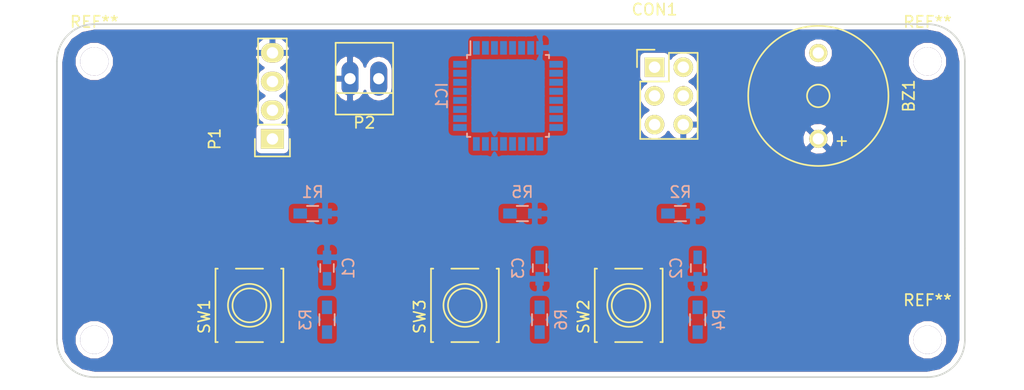
<source format=kicad_pcb>
(kicad_pcb (version 4) (host pcbnew 4.0.2+dfsg1-stable)

  (general
    (links 44)
    (no_connects 35)
    (area 85.522999 48.184999 165.937001 79.577001)
    (thickness 1.6)
    (drawings 11)
    (tracks 5)
    (zones 0)
    (modules 21)
    (nets 16)
  )

  (page A4)
  (layers
    (0 F.Cu signal)
    (31 B.Cu signal)
    (32 B.Adhes user)
    (33 F.Adhes user)
    (34 B.Paste user)
    (35 F.Paste user)
    (36 B.SilkS user)
    (37 F.SilkS user)
    (38 B.Mask user)
    (39 F.Mask user)
    (40 Dwgs.User user)
    (41 Cmts.User user)
    (42 Eco1.User user)
    (43 Eco2.User user)
    (44 Edge.Cuts user)
    (45 Margin user)
    (46 B.CrtYd user)
    (47 F.CrtYd user)
    (48 B.Fab user)
    (49 F.Fab user)
  )

  (setup
    (last_trace_width 0.25)
    (trace_clearance 0.2)
    (zone_clearance 0.4)
    (zone_45_only no)
    (trace_min 0.2)
    (segment_width 0.2)
    (edge_width 0.15)
    (via_size 0.6)
    (via_drill 0.4)
    (via_min_size 0.4)
    (via_min_drill 0.3)
    (uvia_size 0.3)
    (uvia_drill 0.1)
    (uvias_allowed no)
    (uvia_min_size 0.2)
    (uvia_min_drill 0.1)
    (pcb_text_width 0.3)
    (pcb_text_size 1.5 1.5)
    (mod_edge_width 0.15)
    (mod_text_size 1 1)
    (mod_text_width 0.15)
    (pad_size 1.524 1.524)
    (pad_drill 0.762)
    (pad_to_mask_clearance 0.2)
    (aux_axis_origin 0 0)
    (visible_elements FFFFFF7F)
    (pcbplotparams
      (layerselection 0x00030_80000001)
      (usegerberextensions false)
      (excludeedgelayer true)
      (linewidth 0.100000)
      (plotframeref false)
      (viasonmask false)
      (mode 1)
      (useauxorigin false)
      (hpglpennumber 1)
      (hpglpenspeed 20)
      (hpglpendiameter 15)
      (hpglpenoverlay 2)
      (psnegative false)
      (psa4output false)
      (plotreference true)
      (plotvalue true)
      (plotinvisibletext false)
      (padsonsilk false)
      (subtractmaskfromsilk false)
      (outputformat 1)
      (mirror false)
      (drillshape 1)
      (scaleselection 1)
      (outputdirectory ""))
  )

  (net 0 "")
  (net 1 PLAY)
  (net 2 GND)
  (net 3 INCREASE)
  (net 4 "Net-(R1-Pad2)")
  (net 5 "Net-(R2-Pad2)")
  (net 6 VCC)
  (net 7 "Net-(CON1-Pad5)")
  (net 8 DISPLAY_CLK)
  (net 9 DISPLAY_IO)
  (net 10 "Net-(CON1-Pad4)")
  (net 11 "Net-(CON1-Pad1)")
  (net 12 "Net-(CON1-Pad3)")
  (net 13 "Net-(BZ1-Pad1)")
  (net 14 DECREASE)
  (net 15 "Net-(R5-Pad2)")

  (net_class Default "This is the default net class."
    (clearance 0.2)
    (trace_width 0.25)
    (via_dia 0.6)
    (via_drill 0.4)
    (uvia_dia 0.3)
    (uvia_drill 0.1)
    (add_net DECREASE)
    (add_net DISPLAY_CLK)
    (add_net DISPLAY_IO)
    (add_net GND)
    (add_net INCREASE)
    (add_net "Net-(BZ1-Pad1)")
    (add_net "Net-(CON1-Pad1)")
    (add_net "Net-(CON1-Pad3)")
    (add_net "Net-(CON1-Pad4)")
    (add_net "Net-(CON1-Pad5)")
    (add_net "Net-(R1-Pad2)")
    (add_net "Net-(R2-Pad2)")
    (add_net "Net-(R5-Pad2)")
    (add_net PLAY)
    (add_net VCC)
  )

  (module Mounting_Holes:MountingHole_2-5mm (layer F.Cu) (tedit 57A4BD07) (tstamp 57A668A8)
    (at 88.9 76.2)
    (descr "Mounting hole, Befestigungsbohrung, 2,5mm, No Annular, Kein Restring,")
    (tags "Mounting hole, Befestigungsbohrung, 2,5mm, No Annular, Kein Restring,")
    (fp_text reference "" (at 0 -3.50012) (layer F.SilkS)
      (effects (font (size 1 1) (thickness 0.15)))
    )
    (fp_text value "" (at 0.09906 3.59918) (layer F.Fab)
      (effects (font (size 1 1) (thickness 0.15)))
    )
    (fp_circle (center 0 0) (end 2.5 0) (layer Cmts.User) (width 0.381))
    (pad 1 thru_hole circle (at 0 0) (size 2.5 2.5) (drill 2.5) (layers))
  )

  (module Mounting_Holes:MountingHole_2-5mm (layer F.Cu) (tedit 0) (tstamp 57A668A2)
    (at 88.9 51.562)
    (descr "Mounting hole, Befestigungsbohrung, 2,5mm, No Annular, Kein Restring,")
    (tags "Mounting hole, Befestigungsbohrung, 2,5mm, No Annular, Kein Restring,")
    (fp_text reference REF** (at 0 -3.50012) (layer F.SilkS)
      (effects (font (size 1 1) (thickness 0.15)))
    )
    (fp_text value MountingHole_2-5mm (at 0.09906 3.59918) (layer F.Fab)
      (effects (font (size 1 1) (thickness 0.15)))
    )
    (fp_circle (center 0 0) (end 2.5 0) (layer Cmts.User) (width 0.381))
    (pad 1 thru_hole circle (at 0 0) (size 2.5 2.5) (drill 2.5) (layers))
  )

  (module Mounting_Holes:MountingHole_2-5mm (layer F.Cu) (tedit 0) (tstamp 57A6689C)
    (at 162.56 76.2)
    (descr "Mounting hole, Befestigungsbohrung, 2,5mm, No Annular, Kein Restring,")
    (tags "Mounting hole, Befestigungsbohrung, 2,5mm, No Annular, Kein Restring,")
    (fp_text reference REF** (at 0 -3.50012) (layer F.SilkS)
      (effects (font (size 1 1) (thickness 0.15)))
    )
    (fp_text value MountingHole_2-5mm (at 0.09906 3.59918) (layer F.Fab)
      (effects (font (size 1 1) (thickness 0.15)))
    )
    (fp_circle (center 0 0) (end 2.5 0) (layer Cmts.User) (width 0.381))
    (pad 1 thru_hole circle (at 0 0) (size 2.5 2.5) (drill 2.5) (layers))
  )

  (module Housings_QFP:LQFP-32_7x7mm_Pitch0.8mm (layer B.Cu) (tedit 54130A77) (tstamp 57A4BA58)
    (at 125.476 54.61 270)
    (descr "LQFP32: plastic low profile quad flat package; 32 leads; body 7 x 7 x 1.4 mm (see NXP sot358-1_po.pdf and sot358-1_fr.pdf)")
    (tags "QFP 0.8")
    (path /57246F44)
    (attr smd)
    (fp_text reference IC1 (at 0 5.85 270) (layer B.SilkS)
      (effects (font (size 1 1) (thickness 0.15)) (justify mirror))
    )
    (fp_text value ATMEGA328P-P (at 0 -5.85 270) (layer B.Fab)
      (effects (font (size 1 1) (thickness 0.15)) (justify mirror))
    )
    (fp_line (start -5.1 5.1) (end -5.1 -5.1) (layer B.CrtYd) (width 0.05))
    (fp_line (start 5.1 5.1) (end 5.1 -5.1) (layer B.CrtYd) (width 0.05))
    (fp_line (start -5.1 5.1) (end 5.1 5.1) (layer B.CrtYd) (width 0.05))
    (fp_line (start -5.1 -5.1) (end 5.1 -5.1) (layer B.CrtYd) (width 0.05))
    (fp_line (start -3.625 3.625) (end -3.625 3.325) (layer B.SilkS) (width 0.15))
    (fp_line (start 3.625 3.625) (end 3.625 3.325) (layer B.SilkS) (width 0.15))
    (fp_line (start 3.625 -3.625) (end 3.625 -3.325) (layer B.SilkS) (width 0.15))
    (fp_line (start -3.625 -3.625) (end -3.625 -3.325) (layer B.SilkS) (width 0.15))
    (fp_line (start -3.625 3.625) (end -3.325 3.625) (layer B.SilkS) (width 0.15))
    (fp_line (start -3.625 -3.625) (end -3.325 -3.625) (layer B.SilkS) (width 0.15))
    (fp_line (start 3.625 -3.625) (end 3.325 -3.625) (layer B.SilkS) (width 0.15))
    (fp_line (start 3.625 3.625) (end 3.325 3.625) (layer B.SilkS) (width 0.15))
    (fp_line (start -3.625 3.325) (end -4.85 3.325) (layer B.SilkS) (width 0.15))
    (pad 1 smd rect (at -4.25 2.8 270) (size 1.2 0.6) (layers B.Cu B.Paste B.Mask)
      (net 7 "Net-(CON1-Pad5)"))
    (pad 2 smd rect (at -4.25 2 270) (size 1.2 0.6) (layers B.Cu B.Paste B.Mask))
    (pad 3 smd rect (at -4.25 1.2 270) (size 1.2 0.6) (layers B.Cu B.Paste B.Mask))
    (pad 4 smd rect (at -4.25 0.4 270) (size 1.2 0.6) (layers B.Cu B.Paste B.Mask)
      (net 8 DISPLAY_CLK))
    (pad 5 smd rect (at -4.25 -0.4 270) (size 1.2 0.6) (layers B.Cu B.Paste B.Mask)
      (net 9 DISPLAY_IO))
    (pad 6 smd rect (at -4.25 -1.2 270) (size 1.2 0.6) (layers B.Cu B.Paste B.Mask)
      (net 1 PLAY))
    (pad 7 smd rect (at -4.25 -2 270) (size 1.2 0.6) (layers B.Cu B.Paste B.Mask)
      (net 6 VCC))
    (pad 8 smd rect (at -4.25 -2.8 270) (size 1.2 0.6) (layers B.Cu B.Paste B.Mask)
      (net 2 GND))
    (pad 9 smd rect (at -2.8 -4.25 180) (size 1.2 0.6) (layers B.Cu B.Paste B.Mask))
    (pad 10 smd rect (at -2 -4.25 180) (size 1.2 0.6) (layers B.Cu B.Paste B.Mask))
    (pad 11 smd rect (at -1.2 -4.25 180) (size 1.2 0.6) (layers B.Cu B.Paste B.Mask)
      (net 3 INCREASE))
    (pad 12 smd rect (at -0.4 -4.25 180) (size 1.2 0.6) (layers B.Cu B.Paste B.Mask)
      (net 14 DECREASE))
    (pad 13 smd rect (at 0.4 -4.25 180) (size 1.2 0.6) (layers B.Cu B.Paste B.Mask))
    (pad 14 smd rect (at 1.2 -4.25 180) (size 1.2 0.6) (layers B.Cu B.Paste B.Mask)
      (net 13 "Net-(BZ1-Pad1)"))
    (pad 15 smd rect (at 2 -4.25 180) (size 1.2 0.6) (layers B.Cu B.Paste B.Mask))
    (pad 16 smd rect (at 2.8 -4.25 180) (size 1.2 0.6) (layers B.Cu B.Paste B.Mask))
    (pad 17 smd rect (at 4.25 -2.8 270) (size 1.2 0.6) (layers B.Cu B.Paste B.Mask)
      (net 10 "Net-(CON1-Pad4)"))
    (pad 18 smd rect (at 4.25 -2 270) (size 1.2 0.6) (layers B.Cu B.Paste B.Mask)
      (net 11 "Net-(CON1-Pad1)"))
    (pad 19 smd rect (at 4.25 -1.2 270) (size 1.2 0.6) (layers B.Cu B.Paste B.Mask)
      (net 12 "Net-(CON1-Pad3)"))
    (pad 20 smd rect (at 4.25 -0.4 270) (size 1.2 0.6) (layers B.Cu B.Paste B.Mask)
      (net 6 VCC))
    (pad 21 smd rect (at 4.25 0.4 270) (size 1.2 0.6) (layers B.Cu B.Paste B.Mask)
      (net 6 VCC))
    (pad 22 smd rect (at 4.25 1.2 270) (size 1.2 0.6) (layers B.Cu B.Paste B.Mask)
      (net 2 GND))
    (pad 23 smd rect (at 4.25 2 270) (size 1.2 0.6) (layers B.Cu B.Paste B.Mask))
    (pad 24 smd rect (at 4.25 2.8 270) (size 1.2 0.6) (layers B.Cu B.Paste B.Mask))
    (pad 25 smd rect (at 2.8 4.25 180) (size 1.2 0.6) (layers B.Cu B.Paste B.Mask))
    (pad 26 smd rect (at 2 4.25 180) (size 1.2 0.6) (layers B.Cu B.Paste B.Mask))
    (pad 27 smd rect (at 1.2 4.25 180) (size 1.2 0.6) (layers B.Cu B.Paste B.Mask))
    (pad 28 smd rect (at 0.4 4.25 180) (size 1.2 0.6) (layers B.Cu B.Paste B.Mask))
    (pad 29 smd rect (at -0.4 4.25 180) (size 1.2 0.6) (layers B.Cu B.Paste B.Mask))
    (pad 30 smd rect (at -1.2 4.25 180) (size 1.2 0.6) (layers B.Cu B.Paste B.Mask))
    (pad 31 smd rect (at -2 4.25 180) (size 1.2 0.6) (layers B.Cu B.Paste B.Mask))
    (pad 32 smd rect (at -2.8 4.25 180) (size 1.2 0.6) (layers B.Cu B.Paste B.Mask))
    (model Housings_QFP.3dshapes/LQFP-32_7x7mm_Pitch0.8mm.wrl
      (at (xyz 0 0 0))
      (scale (xyz 1 1 1))
      (rotate (xyz 0 0 0))
    )
  )

  (module Pin_Headers:Pin_Header_Straight_2x03 (layer F.Cu) (tedit 54EA0A4B) (tstamp 57430CF3)
    (at 138.43 52.07)
    (descr "Through hole pin header")
    (tags "pin header")
    (path /57416F92)
    (fp_text reference CON1 (at 0 -5.1) (layer F.SilkS)
      (effects (font (size 1 1) (thickness 0.15)))
    )
    (fp_text value AVR-ISP-6 (at 0 -3.1) (layer F.Fab)
      (effects (font (size 1 1) (thickness 0.15)))
    )
    (fp_line (start -1.27 1.27) (end -1.27 6.35) (layer F.SilkS) (width 0.15))
    (fp_line (start -1.55 -1.55) (end 0 -1.55) (layer F.SilkS) (width 0.15))
    (fp_line (start -1.75 -1.75) (end -1.75 6.85) (layer F.CrtYd) (width 0.05))
    (fp_line (start 4.3 -1.75) (end 4.3 6.85) (layer F.CrtYd) (width 0.05))
    (fp_line (start -1.75 -1.75) (end 4.3 -1.75) (layer F.CrtYd) (width 0.05))
    (fp_line (start -1.75 6.85) (end 4.3 6.85) (layer F.CrtYd) (width 0.05))
    (fp_line (start 1.27 -1.27) (end 1.27 1.27) (layer F.SilkS) (width 0.15))
    (fp_line (start 1.27 1.27) (end -1.27 1.27) (layer F.SilkS) (width 0.15))
    (fp_line (start -1.27 6.35) (end 3.81 6.35) (layer F.SilkS) (width 0.15))
    (fp_line (start 3.81 6.35) (end 3.81 1.27) (layer F.SilkS) (width 0.15))
    (fp_line (start -1.55 -1.55) (end -1.55 0) (layer F.SilkS) (width 0.15))
    (fp_line (start 3.81 -1.27) (end 1.27 -1.27) (layer F.SilkS) (width 0.15))
    (fp_line (start 3.81 1.27) (end 3.81 -1.27) (layer F.SilkS) (width 0.15))
    (pad 1 thru_hole rect (at 0 0) (size 1.7272 1.7272) (drill 1.016) (layers *.Cu *.Mask F.SilkS)
      (net 11 "Net-(CON1-Pad1)"))
    (pad 2 thru_hole oval (at 2.54 0) (size 1.7272 1.7272) (drill 1.016) (layers *.Cu *.Mask F.SilkS)
      (net 6 VCC))
    (pad 3 thru_hole oval (at 0 2.54) (size 1.7272 1.7272) (drill 1.016) (layers *.Cu *.Mask F.SilkS)
      (net 12 "Net-(CON1-Pad3)"))
    (pad 4 thru_hole oval (at 2.54 2.54) (size 1.7272 1.7272) (drill 1.016) (layers *.Cu *.Mask F.SilkS)
      (net 10 "Net-(CON1-Pad4)"))
    (pad 5 thru_hole oval (at 0 5.08) (size 1.7272 1.7272) (drill 1.016) (layers *.Cu *.Mask F.SilkS)
      (net 7 "Net-(CON1-Pad5)"))
    (pad 6 thru_hole oval (at 2.54 5.08) (size 1.7272 1.7272) (drill 1.016) (layers *.Cu *.Mask F.SilkS)
      (net 2 GND))
    (model Pin_Headers.3dshapes/Pin_Header_Straight_2x03.wrl
      (at (xyz 0.05 -0.1 0))
      (scale (xyz 1 1 1))
      (rotate (xyz 0 0 90))
    )
  )

  (module Connect:PINHEAD1-2 (layer F.Cu) (tedit 0) (tstamp 5749970C)
    (at 112.776 53.086 180)
    (path /574198C4)
    (attr virtual)
    (fp_text reference P2 (at 0 -3.9 180) (layer F.SilkS)
      (effects (font (size 1 1) (thickness 0.15)))
    )
    (fp_text value CONN_01X02 (at 0 3.81 180) (layer F.Fab)
      (effects (font (size 1 1) (thickness 0.15)))
    )
    (fp_line (start 2.54 -1.27) (end -2.54 -1.27) (layer F.SilkS) (width 0.15))
    (fp_line (start 2.54 3.175) (end -2.54 3.175) (layer F.SilkS) (width 0.15))
    (fp_line (start -2.54 -3.175) (end 2.54 -3.175) (layer F.SilkS) (width 0.15))
    (fp_line (start -2.54 -3.175) (end -2.54 3.175) (layer F.SilkS) (width 0.15))
    (fp_line (start 2.54 -3.175) (end 2.54 3.175) (layer F.SilkS) (width 0.15))
    (pad 1 thru_hole oval (at -1.27 0 180) (size 1.50622 3.01498) (drill 0.99822) (layers *.Cu *.Mask)
      (net 6 VCC))
    (pad 2 thru_hole oval (at 1.27 0 180) (size 1.50622 3.01498) (drill 0.99822) (layers *.Cu *.Mask)
      (net 2 GND))
  )

  (module Socket_Strips:Socket_Strip_Straight_1x04 (layer F.Cu) (tedit 0) (tstamp 574B46BE)
    (at 104.648 58.42 90)
    (descr "Through hole socket strip")
    (tags "socket strip")
    (path /57417A92)
    (fp_text reference P1 (at 0 -5.1 90) (layer F.SilkS)
      (effects (font (size 1 1) (thickness 0.15)))
    )
    (fp_text value CONN_01X04 (at 0 -3.1 90) (layer F.Fab)
      (effects (font (size 1 1) (thickness 0.15)))
    )
    (fp_line (start -1.75 -1.75) (end -1.75 1.75) (layer F.CrtYd) (width 0.05))
    (fp_line (start 9.4 -1.75) (end 9.4 1.75) (layer F.CrtYd) (width 0.05))
    (fp_line (start -1.75 -1.75) (end 9.4 -1.75) (layer F.CrtYd) (width 0.05))
    (fp_line (start -1.75 1.75) (end 9.4 1.75) (layer F.CrtYd) (width 0.05))
    (fp_line (start 1.27 -1.27) (end 8.89 -1.27) (layer F.SilkS) (width 0.15))
    (fp_line (start 1.27 1.27) (end 8.89 1.27) (layer F.SilkS) (width 0.15))
    (fp_line (start -1.55 1.55) (end 0 1.55) (layer F.SilkS) (width 0.15))
    (fp_line (start 8.89 -1.27) (end 8.89 1.27) (layer F.SilkS) (width 0.15))
    (fp_line (start 1.27 1.27) (end 1.27 -1.27) (layer F.SilkS) (width 0.15))
    (fp_line (start 0 -1.55) (end -1.55 -1.55) (layer F.SilkS) (width 0.15))
    (fp_line (start -1.55 -1.55) (end -1.55 1.55) (layer F.SilkS) (width 0.15))
    (pad 1 thru_hole rect (at 0 0 90) (size 1.7272 2.032) (drill 1.016) (layers *.Cu *.Mask F.SilkS)
      (net 8 DISPLAY_CLK))
    (pad 2 thru_hole oval (at 2.54 0 90) (size 1.7272 2.032) (drill 1.016) (layers *.Cu *.Mask F.SilkS)
      (net 9 DISPLAY_IO))
    (pad 3 thru_hole oval (at 5.08 0 90) (size 1.7272 2.032) (drill 1.016) (layers *.Cu *.Mask F.SilkS)
      (net 6 VCC))
    (pad 4 thru_hole oval (at 7.62 0 90) (size 1.7272 2.032) (drill 1.016) (layers *.Cu *.Mask F.SilkS)
      (net 2 GND))
    (model Socket_Strips.3dshapes/Socket_Strip_Straight_1x04.wrl
      (at (xyz 0.15 0 0))
      (scale (xyz 1 1 1))
      (rotate (xyz 0 0 180))
    )
  )

  (module Buzzers_Beepers:MagneticBuzzer_ProSignal_ABI-009-RC (layer F.Cu) (tedit 544E363A) (tstamp 574E769C)
    (at 152.908 50.8 270)
    (descr "Buzzer, Elektromagnetic Beeper, Summer, 6V-DC,")
    (tags "Pro Signal, ABI-009-RC,")
    (path /5741F3D4)
    (fp_text reference BZ1 (at 3.81 -8.001 270) (layer F.SilkS)
      (effects (font (size 1 1) (thickness 0.15)))
    )
    (fp_text value buzzer (at 2.80924 8.001 270) (layer F.Fab)
      (effects (font (size 1 1) (thickness 0.15)))
    )
    (fp_circle (center 3.81 0) (end 4.81076 0) (layer F.SilkS) (width 0.15))
    (fp_text user + (at 7.8105 -1.99898 270) (layer F.SilkS)
      (effects (font (size 1 1) (thickness 0.15)))
    )
    (fp_circle (center 3.81 0) (end 10.01014 0) (layer F.SilkS) (width 0.15))
    (pad 1 thru_hole circle (at 0.01016 0 270) (size 1.6002 1.6002) (drill 1.00076) (layers *.Cu *.Mask F.SilkS)
      (net 13 "Net-(BZ1-Pad1)"))
    (pad 2 thru_hole circle (at 7.60984 0 270) (size 1.6002 1.6002) (drill 1.00076) (layers *.Cu *.Mask F.SilkS)
      (net 2 GND))
    (model Buzzers_Beepers.3dshapes/MagneticBuzzer_ProSignal_ABI-009-RC.wrl
      (at (xyz 0 0 0))
      (scale (xyz 1 1 1))
      (rotate (xyz 0 0 0))
    )
  )

  (module Capacitors_SMD:C_0603_HandSoldering (layer B.Cu) (tedit 541A9B4D) (tstamp 57A4B7E0)
    (at 109.474 69.85 90)
    (descr "Capacitor SMD 0603, hand soldering")
    (tags "capacitor 0603")
    (path /57247138)
    (attr smd)
    (fp_text reference C1 (at 0 1.9 90) (layer B.SilkS)
      (effects (font (size 1 1) (thickness 0.15)) (justify mirror))
    )
    (fp_text value 10uF (at 0 -1.9 90) (layer B.Fab)
      (effects (font (size 1 1) (thickness 0.15)) (justify mirror))
    )
    (fp_line (start -1.85 0.75) (end 1.85 0.75) (layer B.CrtYd) (width 0.05))
    (fp_line (start -1.85 -0.75) (end 1.85 -0.75) (layer B.CrtYd) (width 0.05))
    (fp_line (start -1.85 0.75) (end -1.85 -0.75) (layer B.CrtYd) (width 0.05))
    (fp_line (start 1.85 0.75) (end 1.85 -0.75) (layer B.CrtYd) (width 0.05))
    (fp_line (start -0.35 0.6) (end 0.35 0.6) (layer B.SilkS) (width 0.15))
    (fp_line (start 0.35 -0.6) (end -0.35 -0.6) (layer B.SilkS) (width 0.15))
    (pad 1 smd rect (at -0.95 0 90) (size 1.2 0.75) (layers B.Cu B.Paste B.Mask)
      (net 1 PLAY))
    (pad 2 smd rect (at 0.95 0 90) (size 1.2 0.75) (layers B.Cu B.Paste B.Mask)
      (net 2 GND))
    (model Capacitors_SMD.3dshapes/C_0603_HandSoldering.wrl
      (at (xyz 0 0 0))
      (scale (xyz 1 1 1))
      (rotate (xyz 0 0 0))
    )
  )

  (module Capacitors_SMD:C_0603_HandSoldering (layer B.Cu) (tedit 541A9B4D) (tstamp 57A4B7EB)
    (at 142.24 69.85 270)
    (descr "Capacitor SMD 0603, hand soldering")
    (tags "capacitor 0603")
    (path /57404125)
    (attr smd)
    (fp_text reference C2 (at 0 1.9 270) (layer B.SilkS)
      (effects (font (size 1 1) (thickness 0.15)) (justify mirror))
    )
    (fp_text value 10uF (at 0 -1.9 270) (layer B.Fab)
      (effects (font (size 1 1) (thickness 0.15)) (justify mirror))
    )
    (fp_line (start -1.85 0.75) (end 1.85 0.75) (layer B.CrtYd) (width 0.05))
    (fp_line (start -1.85 -0.75) (end 1.85 -0.75) (layer B.CrtYd) (width 0.05))
    (fp_line (start -1.85 0.75) (end -1.85 -0.75) (layer B.CrtYd) (width 0.05))
    (fp_line (start 1.85 0.75) (end 1.85 -0.75) (layer B.CrtYd) (width 0.05))
    (fp_line (start -0.35 0.6) (end 0.35 0.6) (layer B.SilkS) (width 0.15))
    (fp_line (start 0.35 -0.6) (end -0.35 -0.6) (layer B.SilkS) (width 0.15))
    (pad 1 smd rect (at -0.95 0 270) (size 1.2 0.75) (layers B.Cu B.Paste B.Mask)
      (net 3 INCREASE))
    (pad 2 smd rect (at 0.95 0 270) (size 1.2 0.75) (layers B.Cu B.Paste B.Mask)
      (net 2 GND))
    (model Capacitors_SMD.3dshapes/C_0603_HandSoldering.wrl
      (at (xyz 0 0 0))
      (scale (xyz 1 1 1))
      (rotate (xyz 0 0 0))
    )
  )

  (module Capacitors_SMD:C_0603_HandSoldering (layer B.Cu) (tedit 541A9B4D) (tstamp 57A4B7F6)
    (at 128.27 69.85 270)
    (descr "Capacitor SMD 0603, hand soldering")
    (tags "capacitor 0603")
    (path /57430506)
    (attr smd)
    (fp_text reference C3 (at 0 1.9 270) (layer B.SilkS)
      (effects (font (size 1 1) (thickness 0.15)) (justify mirror))
    )
    (fp_text value 10uF (at 0 -1.9 270) (layer B.Fab)
      (effects (font (size 1 1) (thickness 0.15)) (justify mirror))
    )
    (fp_line (start -1.85 0.75) (end 1.85 0.75) (layer B.CrtYd) (width 0.05))
    (fp_line (start -1.85 -0.75) (end 1.85 -0.75) (layer B.CrtYd) (width 0.05))
    (fp_line (start -1.85 0.75) (end -1.85 -0.75) (layer B.CrtYd) (width 0.05))
    (fp_line (start 1.85 0.75) (end 1.85 -0.75) (layer B.CrtYd) (width 0.05))
    (fp_line (start -0.35 0.6) (end 0.35 0.6) (layer B.SilkS) (width 0.15))
    (fp_line (start 0.35 -0.6) (end -0.35 -0.6) (layer B.SilkS) (width 0.15))
    (pad 1 smd rect (at -0.95 0 270) (size 1.2 0.75) (layers B.Cu B.Paste B.Mask)
      (net 14 DECREASE))
    (pad 2 smd rect (at 0.95 0 270) (size 1.2 0.75) (layers B.Cu B.Paste B.Mask)
      (net 2 GND))
    (model Capacitors_SMD.3dshapes/C_0603_HandSoldering.wrl
      (at (xyz 0 0 0))
      (scale (xyz 1 1 1))
      (rotate (xyz 0 0 0))
    )
  )

  (module Resistors_SMD:R_0603_HandSoldering (layer B.Cu) (tedit 5418A00F) (tstamp 57A4B827)
    (at 108.204 65.024 180)
    (descr "Resistor SMD 0603, hand soldering")
    (tags "resistor 0603")
    (path /57250C02)
    (attr smd)
    (fp_text reference R1 (at 0 1.9 180) (layer B.SilkS)
      (effects (font (size 1 1) (thickness 0.15)) (justify mirror))
    )
    (fp_text value 10 (at 0 -1.9 180) (layer B.Fab)
      (effects (font (size 1 1) (thickness 0.15)) (justify mirror))
    )
    (fp_line (start -2 0.8) (end 2 0.8) (layer B.CrtYd) (width 0.05))
    (fp_line (start -2 -0.8) (end 2 -0.8) (layer B.CrtYd) (width 0.05))
    (fp_line (start -2 0.8) (end -2 -0.8) (layer B.CrtYd) (width 0.05))
    (fp_line (start 2 0.8) (end 2 -0.8) (layer B.CrtYd) (width 0.05))
    (fp_line (start 0.5 -0.675) (end -0.5 -0.675) (layer B.SilkS) (width 0.15))
    (fp_line (start -0.5 0.675) (end 0.5 0.675) (layer B.SilkS) (width 0.15))
    (pad 1 smd rect (at -1.1 0 180) (size 1.2 0.9) (layers B.Cu B.Paste B.Mask)
      (net 2 GND))
    (pad 2 smd rect (at 1.1 0 180) (size 1.2 0.9) (layers B.Cu B.Paste B.Mask)
      (net 4 "Net-(R1-Pad2)"))
    (model Resistors_SMD.3dshapes/R_0603_HandSoldering.wrl
      (at (xyz 0 0 0))
      (scale (xyz 1 1 1))
      (rotate (xyz 0 0 0))
    )
  )

  (module Resistors_SMD:R_0603_HandSoldering (layer B.Cu) (tedit 5418A00F) (tstamp 57A4B832)
    (at 140.716 65.024 180)
    (descr "Resistor SMD 0603, hand soldering")
    (tags "resistor 0603")
    (path /57404145)
    (attr smd)
    (fp_text reference R2 (at 0 1.9 180) (layer B.SilkS)
      (effects (font (size 1 1) (thickness 0.15)) (justify mirror))
    )
    (fp_text value 10 (at 0 -1.9 180) (layer B.Fab)
      (effects (font (size 1 1) (thickness 0.15)) (justify mirror))
    )
    (fp_line (start -2 0.8) (end 2 0.8) (layer B.CrtYd) (width 0.05))
    (fp_line (start -2 -0.8) (end 2 -0.8) (layer B.CrtYd) (width 0.05))
    (fp_line (start -2 0.8) (end -2 -0.8) (layer B.CrtYd) (width 0.05))
    (fp_line (start 2 0.8) (end 2 -0.8) (layer B.CrtYd) (width 0.05))
    (fp_line (start 0.5 -0.675) (end -0.5 -0.675) (layer B.SilkS) (width 0.15))
    (fp_line (start -0.5 0.675) (end 0.5 0.675) (layer B.SilkS) (width 0.15))
    (pad 1 smd rect (at -1.1 0 180) (size 1.2 0.9) (layers B.Cu B.Paste B.Mask)
      (net 2 GND))
    (pad 2 smd rect (at 1.1 0 180) (size 1.2 0.9) (layers B.Cu B.Paste B.Mask)
      (net 5 "Net-(R2-Pad2)"))
    (model Resistors_SMD.3dshapes/R_0603_HandSoldering.wrl
      (at (xyz 0 0 0))
      (scale (xyz 1 1 1))
      (rotate (xyz 0 0 0))
    )
  )

  (module Resistors_SMD:R_0603_HandSoldering (layer B.Cu) (tedit 5418A00F) (tstamp 57A4B83D)
    (at 109.474 74.422 270)
    (descr "Resistor SMD 0603, hand soldering")
    (tags "resistor 0603")
    (path /57247196)
    (attr smd)
    (fp_text reference R3 (at 0 1.9 270) (layer B.SilkS)
      (effects (font (size 1 1) (thickness 0.15)) (justify mirror))
    )
    (fp_text value 1K (at 0 -1.9 270) (layer B.Fab)
      (effects (font (size 1 1) (thickness 0.15)) (justify mirror))
    )
    (fp_line (start -2 0.8) (end 2 0.8) (layer B.CrtYd) (width 0.05))
    (fp_line (start -2 -0.8) (end 2 -0.8) (layer B.CrtYd) (width 0.05))
    (fp_line (start -2 0.8) (end -2 -0.8) (layer B.CrtYd) (width 0.05))
    (fp_line (start 2 0.8) (end 2 -0.8) (layer B.CrtYd) (width 0.05))
    (fp_line (start 0.5 -0.675) (end -0.5 -0.675) (layer B.SilkS) (width 0.15))
    (fp_line (start -0.5 0.675) (end 0.5 0.675) (layer B.SilkS) (width 0.15))
    (pad 1 smd rect (at -1.1 0 270) (size 1.2 0.9) (layers B.Cu B.Paste B.Mask)
      (net 1 PLAY))
    (pad 2 smd rect (at 1.1 0 270) (size 1.2 0.9) (layers B.Cu B.Paste B.Mask)
      (net 4 "Net-(R1-Pad2)"))
    (model Resistors_SMD.3dshapes/R_0603_HandSoldering.wrl
      (at (xyz 0 0 0))
      (scale (xyz 1 1 1))
      (rotate (xyz 0 0 0))
    )
  )

  (module Resistors_SMD:R_0603_HandSoldering (layer B.Cu) (tedit 5418A00F) (tstamp 57A4B848)
    (at 142.24 74.422 90)
    (descr "Resistor SMD 0603, hand soldering")
    (tags "resistor 0603")
    (path /5740412B)
    (attr smd)
    (fp_text reference R4 (at 0 1.9 90) (layer B.SilkS)
      (effects (font (size 1 1) (thickness 0.15)) (justify mirror))
    )
    (fp_text value 1K (at 0 -1.9 90) (layer B.Fab)
      (effects (font (size 1 1) (thickness 0.15)) (justify mirror))
    )
    (fp_line (start -2 0.8) (end 2 0.8) (layer B.CrtYd) (width 0.05))
    (fp_line (start -2 -0.8) (end 2 -0.8) (layer B.CrtYd) (width 0.05))
    (fp_line (start -2 0.8) (end -2 -0.8) (layer B.CrtYd) (width 0.05))
    (fp_line (start 2 0.8) (end 2 -0.8) (layer B.CrtYd) (width 0.05))
    (fp_line (start 0.5 -0.675) (end -0.5 -0.675) (layer B.SilkS) (width 0.15))
    (fp_line (start -0.5 0.675) (end 0.5 0.675) (layer B.SilkS) (width 0.15))
    (pad 1 smd rect (at -1.1 0 90) (size 1.2 0.9) (layers B.Cu B.Paste B.Mask)
      (net 3 INCREASE))
    (pad 2 smd rect (at 1.1 0 90) (size 1.2 0.9) (layers B.Cu B.Paste B.Mask)
      (net 5 "Net-(R2-Pad2)"))
    (model Resistors_SMD.3dshapes/R_0603_HandSoldering.wrl
      (at (xyz 0 0 0))
      (scale (xyz 1 1 1))
      (rotate (xyz 0 0 0))
    )
  )

  (module Resistors_SMD:R_0603_HandSoldering (layer B.Cu) (tedit 5418A00F) (tstamp 57A4B853)
    (at 126.746 65.024 180)
    (descr "Resistor SMD 0603, hand soldering")
    (tags "resistor 0603")
    (path /57430528)
    (attr smd)
    (fp_text reference R5 (at 0 1.9 180) (layer B.SilkS)
      (effects (font (size 1 1) (thickness 0.15)) (justify mirror))
    )
    (fp_text value 10 (at 0 -1.9 180) (layer B.Fab)
      (effects (font (size 1 1) (thickness 0.15)) (justify mirror))
    )
    (fp_line (start -2 0.8) (end 2 0.8) (layer B.CrtYd) (width 0.05))
    (fp_line (start -2 -0.8) (end 2 -0.8) (layer B.CrtYd) (width 0.05))
    (fp_line (start -2 0.8) (end -2 -0.8) (layer B.CrtYd) (width 0.05))
    (fp_line (start 2 0.8) (end 2 -0.8) (layer B.CrtYd) (width 0.05))
    (fp_line (start 0.5 -0.675) (end -0.5 -0.675) (layer B.SilkS) (width 0.15))
    (fp_line (start -0.5 0.675) (end 0.5 0.675) (layer B.SilkS) (width 0.15))
    (pad 1 smd rect (at -1.1 0 180) (size 1.2 0.9) (layers B.Cu B.Paste B.Mask)
      (net 2 GND))
    (pad 2 smd rect (at 1.1 0 180) (size 1.2 0.9) (layers B.Cu B.Paste B.Mask)
      (net 15 "Net-(R5-Pad2)"))
    (model Resistors_SMD.3dshapes/R_0603_HandSoldering.wrl
      (at (xyz 0 0 0))
      (scale (xyz 1 1 1))
      (rotate (xyz 0 0 0))
    )
  )

  (module Resistors_SMD:R_0603_HandSoldering (layer B.Cu) (tedit 5418A00F) (tstamp 57A4B85E)
    (at 128.27 74.422 90)
    (descr "Resistor SMD 0603, hand soldering")
    (tags "resistor 0603")
    (path /5743050C)
    (attr smd)
    (fp_text reference R6 (at 0 1.9 90) (layer B.SilkS)
      (effects (font (size 1 1) (thickness 0.15)) (justify mirror))
    )
    (fp_text value 1K (at 0 -1.9 90) (layer B.Fab)
      (effects (font (size 1 1) (thickness 0.15)) (justify mirror))
    )
    (fp_line (start -2 0.8) (end 2 0.8) (layer B.CrtYd) (width 0.05))
    (fp_line (start -2 -0.8) (end 2 -0.8) (layer B.CrtYd) (width 0.05))
    (fp_line (start -2 0.8) (end -2 -0.8) (layer B.CrtYd) (width 0.05))
    (fp_line (start 2 0.8) (end 2 -0.8) (layer B.CrtYd) (width 0.05))
    (fp_line (start 0.5 -0.675) (end -0.5 -0.675) (layer B.SilkS) (width 0.15))
    (fp_line (start -0.5 0.675) (end 0.5 0.675) (layer B.SilkS) (width 0.15))
    (pad 1 smd rect (at -1.1 0 90) (size 1.2 0.9) (layers B.Cu B.Paste B.Mask)
      (net 14 DECREASE))
    (pad 2 smd rect (at 1.1 0 90) (size 1.2 0.9) (layers B.Cu B.Paste B.Mask)
      (net 15 "Net-(R5-Pad2)"))
    (model Resistors_SMD.3dshapes/R_0603_HandSoldering.wrl
      (at (xyz 0 0 0))
      (scale (xyz 1 1 1))
      (rotate (xyz 0 0 0))
    )
  )

  (module Buttons_Switches_SMD:SW_SPST_EVQQ2 (layer F.Cu) (tedit 55DAF7ED) (tstamp 57A4B869)
    (at 102.616 73.152 90)
    (descr "Light Touch Switch")
    (path /57246FE5)
    (attr smd)
    (fp_text reference SW1 (at -1 -4 90) (layer F.SilkS)
      (effects (font (size 1 1) (thickness 0.15)))
    )
    (fp_text value SW_PUSH (at 0 0 90) (layer F.Fab)
      (effects (font (size 1 1) (thickness 0.15)))
    )
    (fp_line (start -5.25 -3.25) (end 5.25 -3.25) (layer F.CrtYd) (width 0.05))
    (fp_line (start 5.25 -3.25) (end 5.25 3.25) (layer F.CrtYd) (width 0.05))
    (fp_line (start 5.25 3.25) (end -5.25 3.25) (layer F.CrtYd) (width 0.05))
    (fp_line (start -5.25 3.25) (end -5.25 -3.25) (layer F.CrtYd) (width 0.05))
    (fp_line (start 3.25 -3) (end 3.25 -2.8) (layer F.SilkS) (width 0.15))
    (fp_line (start 3.25 3) (end 3.25 2.8) (layer F.SilkS) (width 0.15))
    (fp_line (start -3.25 3) (end -3.25 2.8) (layer F.SilkS) (width 0.15))
    (fp_line (start -3.25 -3) (end -3.25 -2.8) (layer F.SilkS) (width 0.15))
    (fp_line (start -3.25 -1.2) (end -3.25 1.2) (layer F.SilkS) (width 0.15))
    (fp_line (start 3.25 -1.2) (end 3.25 1.2) (layer F.SilkS) (width 0.15))
    (fp_line (start 3.25 -3) (end -3.25 -3) (layer F.SilkS) (width 0.15))
    (fp_line (start -3.25 3) (end 3.25 3) (layer F.SilkS) (width 0.15))
    (fp_circle (center 0 0) (end 1.9 0) (layer F.SilkS) (width 0.15))
    (fp_circle (center 0 0) (end 1.5 0) (layer F.SilkS) (width 0.15))
    (pad 1 smd rect (at 3.4 -2 90) (size 3.2 1) (layers F.Cu F.Paste F.Mask)
      (net 6 VCC))
    (pad 1 smd rect (at -3.4 -2 90) (size 3.2 1) (layers F.Cu F.Paste F.Mask)
      (net 6 VCC))
    (pad 2 smd rect (at -3.4 2 90) (size 3.2 1) (layers F.Cu F.Paste F.Mask)
      (net 4 "Net-(R1-Pad2)"))
    (pad 2 smd rect (at 3.4 2 90) (size 3.2 1) (layers F.Cu F.Paste F.Mask)
      (net 4 "Net-(R1-Pad2)"))
  )

  (module Buttons_Switches_SMD:SW_SPST_EVQQ2 (layer F.Cu) (tedit 55DAF7ED) (tstamp 57A4B87E)
    (at 136.144 73.152 90)
    (descr "Light Touch Switch")
    (path /5740411F)
    (attr smd)
    (fp_text reference SW2 (at -1 -4 90) (layer F.SilkS)
      (effects (font (size 1 1) (thickness 0.15)))
    )
    (fp_text value SW_PUSH (at 0 0 90) (layer F.Fab)
      (effects (font (size 1 1) (thickness 0.15)))
    )
    (fp_line (start -5.25 -3.25) (end 5.25 -3.25) (layer F.CrtYd) (width 0.05))
    (fp_line (start 5.25 -3.25) (end 5.25 3.25) (layer F.CrtYd) (width 0.05))
    (fp_line (start 5.25 3.25) (end -5.25 3.25) (layer F.CrtYd) (width 0.05))
    (fp_line (start -5.25 3.25) (end -5.25 -3.25) (layer F.CrtYd) (width 0.05))
    (fp_line (start 3.25 -3) (end 3.25 -2.8) (layer F.SilkS) (width 0.15))
    (fp_line (start 3.25 3) (end 3.25 2.8) (layer F.SilkS) (width 0.15))
    (fp_line (start -3.25 3) (end -3.25 2.8) (layer F.SilkS) (width 0.15))
    (fp_line (start -3.25 -3) (end -3.25 -2.8) (layer F.SilkS) (width 0.15))
    (fp_line (start -3.25 -1.2) (end -3.25 1.2) (layer F.SilkS) (width 0.15))
    (fp_line (start 3.25 -1.2) (end 3.25 1.2) (layer F.SilkS) (width 0.15))
    (fp_line (start 3.25 -3) (end -3.25 -3) (layer F.SilkS) (width 0.15))
    (fp_line (start -3.25 3) (end 3.25 3) (layer F.SilkS) (width 0.15))
    (fp_circle (center 0 0) (end 1.9 0) (layer F.SilkS) (width 0.15))
    (fp_circle (center 0 0) (end 1.5 0) (layer F.SilkS) (width 0.15))
    (pad 1 smd rect (at 3.4 -2 90) (size 3.2 1) (layers F.Cu F.Paste F.Mask)
      (net 6 VCC))
    (pad 1 smd rect (at -3.4 -2 90) (size 3.2 1) (layers F.Cu F.Paste F.Mask)
      (net 6 VCC))
    (pad 2 smd rect (at -3.4 2 90) (size 3.2 1) (layers F.Cu F.Paste F.Mask)
      (net 5 "Net-(R2-Pad2)"))
    (pad 2 smd rect (at 3.4 2 90) (size 3.2 1) (layers F.Cu F.Paste F.Mask)
      (net 5 "Net-(R2-Pad2)"))
  )

  (module Buttons_Switches_SMD:SW_SPST_EVQQ2 (layer F.Cu) (tedit 55DAF7ED) (tstamp 57A4B893)
    (at 121.666 73.152 90)
    (descr "Light Touch Switch")
    (path /57430500)
    (attr smd)
    (fp_text reference SW3 (at -1 -4 90) (layer F.SilkS)
      (effects (font (size 1 1) (thickness 0.15)))
    )
    (fp_text value SW_PUSH (at 0 0 90) (layer F.Fab)
      (effects (font (size 1 1) (thickness 0.15)))
    )
    (fp_line (start -5.25 -3.25) (end 5.25 -3.25) (layer F.CrtYd) (width 0.05))
    (fp_line (start 5.25 -3.25) (end 5.25 3.25) (layer F.CrtYd) (width 0.05))
    (fp_line (start 5.25 3.25) (end -5.25 3.25) (layer F.CrtYd) (width 0.05))
    (fp_line (start -5.25 3.25) (end -5.25 -3.25) (layer F.CrtYd) (width 0.05))
    (fp_line (start 3.25 -3) (end 3.25 -2.8) (layer F.SilkS) (width 0.15))
    (fp_line (start 3.25 3) (end 3.25 2.8) (layer F.SilkS) (width 0.15))
    (fp_line (start -3.25 3) (end -3.25 2.8) (layer F.SilkS) (width 0.15))
    (fp_line (start -3.25 -3) (end -3.25 -2.8) (layer F.SilkS) (width 0.15))
    (fp_line (start -3.25 -1.2) (end -3.25 1.2) (layer F.SilkS) (width 0.15))
    (fp_line (start 3.25 -1.2) (end 3.25 1.2) (layer F.SilkS) (width 0.15))
    (fp_line (start 3.25 -3) (end -3.25 -3) (layer F.SilkS) (width 0.15))
    (fp_line (start -3.25 3) (end 3.25 3) (layer F.SilkS) (width 0.15))
    (fp_circle (center 0 0) (end 1.9 0) (layer F.SilkS) (width 0.15))
    (fp_circle (center 0 0) (end 1.5 0) (layer F.SilkS) (width 0.15))
    (pad 1 smd rect (at 3.4 -2 90) (size 3.2 1) (layers F.Cu F.Paste F.Mask)
      (net 6 VCC))
    (pad 1 smd rect (at -3.4 -2 90) (size 3.2 1) (layers F.Cu F.Paste F.Mask)
      (net 6 VCC))
    (pad 2 smd rect (at -3.4 2 90) (size 3.2 1) (layers F.Cu F.Paste F.Mask)
      (net 15 "Net-(R5-Pad2)"))
    (pad 2 smd rect (at 3.4 2 90) (size 3.2 1) (layers F.Cu F.Paste F.Mask)
      (net 15 "Net-(R5-Pad2)"))
  )

  (module Mounting_Holes:MountingHole_2-5mm (layer F.Cu) (tedit 0) (tstamp 57A6688C)
    (at 162.56 51.562)
    (descr "Mounting hole, Befestigungsbohrung, 2,5mm, No Annular, Kein Restring,")
    (tags "Mounting hole, Befestigungsbohrung, 2,5mm, No Annular, Kein Restring,")
    (fp_text reference REF** (at 0 -3.50012) (layer F.SilkS)
      (effects (font (size 1 1) (thickness 0.15)))
    )
    (fp_text value MountingHole_2-5mm (at 0.09906 3.59918) (layer F.Fab)
      (effects (font (size 1 1) (thickness 0.15)))
    )
    (fp_circle (center 0 0) (end 2.5 0) (layer Cmts.User) (width 0.381))
    (pad 1 thru_hole circle (at 0 0) (size 2.5 2.5) (drill 2.5) (layers))
  )

  (gr_line (start 89.154 48.26) (end 88.9 48.26) (angle 90) (layer Edge.Cuts) (width 0.15))
  (gr_line (start 89.154 79.502) (end 88.9 79.502) (angle 90) (layer Edge.Cuts) (width 0.15))
  (gr_arc (start 88.9 76.2) (end 88.9 79.502) (angle 90) (layer Edge.Cuts) (width 0.15))
  (gr_arc (start 88.9 51.562) (end 85.598 51.562) (angle 90) (layer Edge.Cuts) (width 0.15))
  (gr_line (start 85.598 76.2) (end 85.598 51.562) (angle 90) (layer Edge.Cuts) (width 0.15))
  (gr_arc (start 162.56 76.2) (end 165.862 76.2) (angle 90) (layer Edge.Cuts) (width 0.15))
  (gr_line (start 162.56 79.502) (end 89.154 79.502) (angle 90) (layer Edge.Cuts) (width 0.15))
  (gr_line (start 165.862 68.072) (end 165.862 76.2) (angle 90) (layer Edge.Cuts) (width 0.15))
  (gr_arc (start 162.56 51.562) (end 162.56 48.26) (angle 90) (layer Edge.Cuts) (width 0.15))
  (gr_line (start 165.862 51.562) (end 165.862 68.072) (angle 90) (layer Edge.Cuts) (width 0.15))
  (gr_line (start 89.154 48.26) (end 162.56 48.26) (angle 90) (layer Edge.Cuts) (width 0.15))

  (segment (start 152.908 58.40984) (end 153.15184 58.40984) (width 0.25) (layer B.Cu) (net 2) (status 30))
  (segment (start 140.97 57.15) (end 140.208 57.15) (width 0.25) (layer B.Cu) (net 2) (status 30))
  (segment (start 152.908 58.42) (end 152.908 58.40984) (width 0.25) (layer F.Cu) (net 2) (tstamp 5742D5D2) (status 30))
  (segment (start 140.97 54.61) (end 140.97 53.848) (width 0.25) (layer F.Cu) (net 10) (status 30))
  (segment (start 140.97 54.61) (end 141.478 54.61) (width 0.25) (layer B.Cu) (net 10) (status 30))

  (zone (net 2) (net_name GND) (layer F.Cu) (tstamp 57A668E7) (hatch edge 0.508)
    (connect_pads (clearance 0.4))
    (min_thickness 0.254)
    (fill yes (arc_segments 16) (thermal_gap 0.508) (thermal_bridge_width 0.508))
    (polygon
      (pts
        (xy 168.148 80.01) (xy 85.09 80.01) (xy 85.09 47.498) (xy 167.132 47.498) (xy 168.148 80.01)
      )
    )
    (filled_polygon
      (pts
        (xy 163.588733 49.078422) (xy 164.460849 49.661151) (xy 165.043578 50.533267) (xy 165.26 51.621294) (xy 165.26 76.140706)
        (xy 165.043578 77.228733) (xy 164.460849 78.100849) (xy 163.588733 78.683578) (xy 162.500707 78.9) (xy 88.959294 78.9)
        (xy 87.871267 78.683578) (xy 86.999151 78.100849) (xy 86.416422 77.228733) (xy 86.281795 76.551916) (xy 87.122693 76.551916)
        (xy 87.392655 77.205274) (xy 87.892096 77.705588) (xy 88.544982 77.97669) (xy 89.251916 77.977307) (xy 89.905274 77.707345)
        (xy 90.405588 77.207904) (xy 90.67669 76.555018) (xy 90.677307 75.848084) (xy 90.407345 75.194726) (xy 90.165043 74.952)
        (xy 99.578676 74.952) (xy 99.578676 78.152) (xy 99.615423 78.347294) (xy 99.730842 78.52666) (xy 99.906951 78.64699)
        (xy 100.116 78.689324) (xy 101.116 78.689324) (xy 101.311294 78.652577) (xy 101.49066 78.537158) (xy 101.61099 78.361049)
        (xy 101.653324 78.152) (xy 101.653324 74.952) (xy 103.578676 74.952) (xy 103.578676 78.152) (xy 103.615423 78.347294)
        (xy 103.730842 78.52666) (xy 103.906951 78.64699) (xy 104.116 78.689324) (xy 105.116 78.689324) (xy 105.311294 78.652577)
        (xy 105.49066 78.537158) (xy 105.61099 78.361049) (xy 105.653324 78.152) (xy 105.653324 74.952) (xy 118.628676 74.952)
        (xy 118.628676 78.152) (xy 118.665423 78.347294) (xy 118.780842 78.52666) (xy 118.956951 78.64699) (xy 119.166 78.689324)
        (xy 120.166 78.689324) (xy 120.361294 78.652577) (xy 120.54066 78.537158) (xy 120.66099 78.361049) (xy 120.703324 78.152)
        (xy 120.703324 74.952) (xy 122.628676 74.952) (xy 122.628676 78.152) (xy 122.665423 78.347294) (xy 122.780842 78.52666)
        (xy 122.956951 78.64699) (xy 123.166 78.689324) (xy 124.166 78.689324) (xy 124.361294 78.652577) (xy 124.54066 78.537158)
        (xy 124.66099 78.361049) (xy 124.703324 78.152) (xy 124.703324 74.952) (xy 133.106676 74.952) (xy 133.106676 78.152)
        (xy 133.143423 78.347294) (xy 133.258842 78.52666) (xy 133.434951 78.64699) (xy 133.644 78.689324) (xy 134.644 78.689324)
        (xy 134.839294 78.652577) (xy 135.01866 78.537158) (xy 135.13899 78.361049) (xy 135.181324 78.152) (xy 135.181324 74.952)
        (xy 137.106676 74.952) (xy 137.106676 78.152) (xy 137.143423 78.347294) (xy 137.258842 78.52666) (xy 137.434951 78.64699)
        (xy 137.644 78.689324) (xy 138.644 78.689324) (xy 138.839294 78.652577) (xy 139.01866 78.537158) (xy 139.13899 78.361049)
        (xy 139.181324 78.152) (xy 139.181324 76.551916) (xy 160.782693 76.551916) (xy 161.052655 77.205274) (xy 161.552096 77.705588)
        (xy 162.204982 77.97669) (xy 162.911916 77.977307) (xy 163.565274 77.707345) (xy 164.065588 77.207904) (xy 164.33669 76.555018)
        (xy 164.337307 75.848084) (xy 164.067345 75.194726) (xy 163.567904 74.694412) (xy 162.915018 74.42331) (xy 162.208084 74.422693)
        (xy 161.554726 74.692655) (xy 161.054412 75.192096) (xy 160.78331 75.844982) (xy 160.782693 76.551916) (xy 139.181324 76.551916)
        (xy 139.181324 74.952) (xy 139.144577 74.756706) (xy 139.029158 74.57734) (xy 138.853049 74.45701) (xy 138.644 74.414676)
        (xy 137.644 74.414676) (xy 137.448706 74.451423) (xy 137.26934 74.566842) (xy 137.14901 74.742951) (xy 137.106676 74.952)
        (xy 135.181324 74.952) (xy 135.144577 74.756706) (xy 135.029158 74.57734) (xy 134.853049 74.45701) (xy 134.644 74.414676)
        (xy 133.644 74.414676) (xy 133.448706 74.451423) (xy 133.26934 74.566842) (xy 133.14901 74.742951) (xy 133.106676 74.952)
        (xy 124.703324 74.952) (xy 124.666577 74.756706) (xy 124.551158 74.57734) (xy 124.375049 74.45701) (xy 124.166 74.414676)
        (xy 123.166 74.414676) (xy 122.970706 74.451423) (xy 122.79134 74.566842) (xy 122.67101 74.742951) (xy 122.628676 74.952)
        (xy 120.703324 74.952) (xy 120.666577 74.756706) (xy 120.551158 74.57734) (xy 120.375049 74.45701) (xy 120.166 74.414676)
        (xy 119.166 74.414676) (xy 118.970706 74.451423) (xy 118.79134 74.566842) (xy 118.67101 74.742951) (xy 118.628676 74.952)
        (xy 105.653324 74.952) (xy 105.616577 74.756706) (xy 105.501158 74.57734) (xy 105.325049 74.45701) (xy 105.116 74.414676)
        (xy 104.116 74.414676) (xy 103.920706 74.451423) (xy 103.74134 74.566842) (xy 103.62101 74.742951) (xy 103.578676 74.952)
        (xy 101.653324 74.952) (xy 101.616577 74.756706) (xy 101.501158 74.57734) (xy 101.325049 74.45701) (xy 101.116 74.414676)
        (xy 100.116 74.414676) (xy 99.920706 74.451423) (xy 99.74134 74.566842) (xy 99.62101 74.742951) (xy 99.578676 74.952)
        (xy 90.165043 74.952) (xy 89.907904 74.694412) (xy 89.255018 74.42331) (xy 88.548084 74.422693) (xy 87.894726 74.692655)
        (xy 87.394412 75.192096) (xy 87.12331 75.844982) (xy 87.122693 76.551916) (xy 86.281795 76.551916) (xy 86.2 76.140707)
        (xy 86.2 68.152) (xy 99.578676 68.152) (xy 99.578676 71.352) (xy 99.615423 71.547294) (xy 99.730842 71.72666)
        (xy 99.906951 71.84699) (xy 100.116 71.889324) (xy 101.116 71.889324) (xy 101.311294 71.852577) (xy 101.49066 71.737158)
        (xy 101.61099 71.561049) (xy 101.653324 71.352) (xy 101.653324 68.152) (xy 103.578676 68.152) (xy 103.578676 71.352)
        (xy 103.615423 71.547294) (xy 103.730842 71.72666) (xy 103.906951 71.84699) (xy 104.116 71.889324) (xy 105.116 71.889324)
        (xy 105.311294 71.852577) (xy 105.49066 71.737158) (xy 105.61099 71.561049) (xy 105.653324 71.352) (xy 105.653324 68.152)
        (xy 118.628676 68.152) (xy 118.628676 71.352) (xy 118.665423 71.547294) (xy 118.780842 71.72666) (xy 118.956951 71.84699)
        (xy 119.166 71.889324) (xy 120.166 71.889324) (xy 120.361294 71.852577) (xy 120.54066 71.737158) (xy 120.66099 71.561049)
        (xy 120.703324 71.352) (xy 120.703324 68.152) (xy 122.628676 68.152) (xy 122.628676 71.352) (xy 122.665423 71.547294)
        (xy 122.780842 71.72666) (xy 122.956951 71.84699) (xy 123.166 71.889324) (xy 124.166 71.889324) (xy 124.361294 71.852577)
        (xy 124.54066 71.737158) (xy 124.66099 71.561049) (xy 124.703324 71.352) (xy 124.703324 68.152) (xy 133.106676 68.152)
        (xy 133.106676 71.352) (xy 133.143423 71.547294) (xy 133.258842 71.72666) (xy 133.434951 71.84699) (xy 133.644 71.889324)
        (xy 134.644 71.889324) (xy 134.839294 71.852577) (xy 135.01866 71.737158) (xy 135.13899 71.561049) (xy 135.181324 71.352)
        (xy 135.181324 68.152) (xy 137.106676 68.152) (xy 137.106676 71.352) (xy 137.143423 71.547294) (xy 137.258842 71.72666)
        (xy 137.434951 71.84699) (xy 137.644 71.889324) (xy 138.644 71.889324) (xy 138.839294 71.852577) (xy 139.01866 71.737158)
        (xy 139.13899 71.561049) (xy 139.181324 71.352) (xy 139.181324 68.152) (xy 139.144577 67.956706) (xy 139.029158 67.77734)
        (xy 138.853049 67.65701) (xy 138.644 67.614676) (xy 137.644 67.614676) (xy 137.448706 67.651423) (xy 137.26934 67.766842)
        (xy 137.14901 67.942951) (xy 137.106676 68.152) (xy 135.181324 68.152) (xy 135.144577 67.956706) (xy 135.029158 67.77734)
        (xy 134.853049 67.65701) (xy 134.644 67.614676) (xy 133.644 67.614676) (xy 133.448706 67.651423) (xy 133.26934 67.766842)
        (xy 133.14901 67.942951) (xy 133.106676 68.152) (xy 124.703324 68.152) (xy 124.666577 67.956706) (xy 124.551158 67.77734)
        (xy 124.375049 67.65701) (xy 124.166 67.614676) (xy 123.166 67.614676) (xy 122.970706 67.651423) (xy 122.79134 67.766842)
        (xy 122.67101 67.942951) (xy 122.628676 68.152) (xy 120.703324 68.152) (xy 120.666577 67.956706) (xy 120.551158 67.77734)
        (xy 120.375049 67.65701) (xy 120.166 67.614676) (xy 119.166 67.614676) (xy 118.970706 67.651423) (xy 118.79134 67.766842)
        (xy 118.67101 67.942951) (xy 118.628676 68.152) (xy 105.653324 68.152) (xy 105.616577 67.956706) (xy 105.501158 67.77734)
        (xy 105.325049 67.65701) (xy 105.116 67.614676) (xy 104.116 67.614676) (xy 103.920706 67.651423) (xy 103.74134 67.766842)
        (xy 103.62101 67.942951) (xy 103.578676 68.152) (xy 101.653324 68.152) (xy 101.616577 67.956706) (xy 101.501158 67.77734)
        (xy 101.325049 67.65701) (xy 101.116 67.614676) (xy 100.116 67.614676) (xy 99.920706 67.651423) (xy 99.74134 67.766842)
        (xy 99.62101 67.942951) (xy 99.578676 68.152) (xy 86.2 68.152) (xy 86.2 51.913916) (xy 87.122693 51.913916)
        (xy 87.392655 52.567274) (xy 87.892096 53.067588) (xy 88.544982 53.33869) (xy 89.251916 53.339307) (xy 89.905274 53.069345)
        (xy 90.405588 52.569904) (xy 90.67669 51.917018) (xy 90.677307 51.210084) (xy 90.656211 51.159026) (xy 103.040642 51.159026)
        (xy 103.043291 51.174791) (xy 103.297268 51.702036) (xy 103.73368 52.091954) (xy 103.828595 52.125155) (xy 103.482068 52.356697)
        (xy 103.180624 52.80784) (xy 103.074771 53.34) (xy 103.180624 53.87216) (xy 103.482068 54.323303) (xy 103.911141 54.61)
        (xy 103.482068 54.896697) (xy 103.180624 55.34784) (xy 103.074771 55.88) (xy 103.180624 56.41216) (xy 103.482068 56.863303)
        (xy 103.715199 57.019076) (xy 103.632 57.019076) (xy 103.436706 57.055823) (xy 103.25734 57.171242) (xy 103.13701 57.347351)
        (xy 103.094676 57.5564) (xy 103.094676 59.2836) (xy 103.131423 59.478894) (xy 103.246842 59.65826) (xy 103.422951 59.77859)
        (xy 103.632 59.820924) (xy 105.664 59.820924) (xy 105.859294 59.784177) (xy 106.03866 59.668758) (xy 106.15899 59.492649)
        (xy 106.174176 59.417657) (xy 152.079788 59.417657) (xy 152.153935 59.663787) (xy 152.6912 59.856904) (xy 153.26147 59.829719)
        (xy 153.662065 59.663787) (xy 153.736212 59.417657) (xy 152.908 58.589445) (xy 152.079788 59.417657) (xy 106.174176 59.417657)
        (xy 106.201324 59.2836) (xy 106.201324 57.5564) (xy 106.164577 57.361106) (xy 106.049158 57.18174) (xy 105.873049 57.06141)
        (xy 105.664 57.019076) (xy 105.580801 57.019076) (xy 105.813932 56.863303) (xy 106.115376 56.41216) (xy 106.221229 55.88)
        (xy 106.115376 55.34784) (xy 105.813932 54.896697) (xy 105.384859 54.61) (xy 105.813932 54.323303) (xy 106.115376 53.87216)
        (xy 106.221229 53.34) (xy 106.195968 53.213) (xy 110.11789 53.213) (xy 110.11789 53.96738) (xy 110.272154 54.488919)
        (xy 110.61426 54.911724) (xy 111.092125 55.171427) (xy 111.164326 55.185783) (xy 111.379 55.063162) (xy 111.379 53.213)
        (xy 110.11789 53.213) (xy 106.195968 53.213) (xy 106.115376 52.80784) (xy 105.813932 52.356697) (xy 105.586333 52.20462)
        (xy 110.11789 52.20462) (xy 110.11789 52.959) (xy 111.379 52.959) (xy 111.379 51.108838) (xy 111.633 51.108838)
        (xy 111.633 52.959) (xy 111.653 52.959) (xy 111.653 53.213) (xy 111.633 53.213) (xy 111.633 55.063162)
        (xy 111.847674 55.185783) (xy 111.919875 55.171427) (xy 112.39774 54.911724) (xy 112.739846 54.488919) (xy 112.82781 54.191529)
        (xy 112.863333 54.370115) (xy 113.140826 54.785412) (xy 113.556123 55.062905) (xy 114.046 55.160348) (xy 114.535877 55.062905)
        (xy 114.951174 54.785412) (xy 115.06838 54.61) (xy 137.012157 54.61) (xy 137.11801 55.14216) (xy 137.419454 55.593303)
        (xy 137.848527 55.88) (xy 137.419454 56.166697) (xy 137.11801 56.61784) (xy 137.012157 57.15) (xy 137.11801 57.68216)
        (xy 137.419454 58.133303) (xy 137.870597 58.434747) (xy 138.402757 58.5406) (xy 138.457243 58.5406) (xy 138.989403 58.434747)
        (xy 139.440546 58.133303) (xy 139.646157 57.825584) (xy 139.687312 57.924947) (xy 140.08151 58.356821) (xy 140.610973 58.604968)
        (xy 140.843 58.484469) (xy 140.843 57.277) (xy 141.097 57.277) (xy 141.097 58.484469) (xy 141.329027 58.604968)
        (xy 141.85849 58.356821) (xy 142.007983 58.19304) (xy 151.460936 58.19304) (xy 151.488121 58.76331) (xy 151.654053 59.163905)
        (xy 151.900183 59.238052) (xy 152.728395 58.40984) (xy 153.087605 58.40984) (xy 153.915817 59.238052) (xy 154.161947 59.163905)
        (xy 154.355064 58.62664) (xy 154.327879 58.05637) (xy 154.161947 57.655775) (xy 153.915817 57.581628) (xy 153.087605 58.40984)
        (xy 152.728395 58.40984) (xy 151.900183 57.581628) (xy 151.654053 57.655775) (xy 151.460936 58.19304) (xy 142.007983 58.19304)
        (xy 142.252688 57.924947) (xy 142.424958 57.509026) (xy 142.369092 57.402023) (xy 152.079788 57.402023) (xy 152.908 58.230235)
        (xy 153.736212 57.402023) (xy 153.662065 57.155893) (xy 153.1248 56.962776) (xy 152.55453 56.989961) (xy 152.153935 57.155893)
        (xy 152.079788 57.402023) (xy 142.369092 57.402023) (xy 142.303817 57.277) (xy 141.097 57.277) (xy 140.843 57.277)
        (xy 140.823 57.277) (xy 140.823 57.023) (xy 140.843 57.023) (xy 140.843 57.003) (xy 141.097 57.003)
        (xy 141.097 57.023) (xy 142.303817 57.023) (xy 142.424958 56.790974) (xy 142.252688 56.375053) (xy 141.85849 55.943179)
        (xy 141.62247 55.832562) (xy 141.980546 55.593303) (xy 142.28199 55.14216) (xy 142.387843 54.61) (xy 142.28199 54.07784)
        (xy 141.980546 53.626697) (xy 141.551473 53.34) (xy 141.980546 53.053303) (xy 142.28199 52.60216) (xy 142.387843 52.07)
        (xy 142.28199 51.53784) (xy 141.980546 51.086697) (xy 141.960015 51.072978) (xy 151.580671 51.072978) (xy 151.782284 51.560919)
        (xy 152.155277 51.934564) (xy 152.642865 52.137029) (xy 153.170818 52.137489) (xy 153.658759 51.935876) (xy 153.680757 51.913916)
        (xy 160.782693 51.913916) (xy 161.052655 52.567274) (xy 161.552096 53.067588) (xy 162.204982 53.33869) (xy 162.911916 53.339307)
        (xy 163.565274 53.069345) (xy 164.065588 52.569904) (xy 164.33669 51.917018) (xy 164.337307 51.210084) (xy 164.067345 50.556726)
        (xy 163.567904 50.056412) (xy 162.915018 49.78531) (xy 162.208084 49.784693) (xy 161.554726 50.054655) (xy 161.054412 50.554096)
        (xy 160.78331 51.206982) (xy 160.782693 51.913916) (xy 153.680757 51.913916) (xy 154.032404 51.562883) (xy 154.234869 51.075295)
        (xy 154.235329 50.547342) (xy 154.033716 50.059401) (xy 153.660723 49.685756) (xy 153.173135 49.483291) (xy 152.645182 49.482831)
        (xy 152.157241 49.684444) (xy 151.783596 50.057437) (xy 151.581131 50.545025) (xy 151.580671 51.072978) (xy 141.960015 51.072978)
        (xy 141.529403 50.785253) (xy 140.997243 50.6794) (xy 140.942757 50.6794) (xy 140.410597 50.785253) (xy 139.959454 51.086697)
        (xy 139.830924 51.279056) (xy 139.830924 51.2064) (xy 139.794177 51.011106) (xy 139.678758 50.83174) (xy 139.502649 50.71141)
        (xy 139.2936 50.669076) (xy 137.5664 50.669076) (xy 137.371106 50.705823) (xy 137.19174 50.821242) (xy 137.07141 50.997351)
        (xy 137.029076 51.2064) (xy 137.029076 52.9336) (xy 137.065823 53.128894) (xy 137.181242 53.30826) (xy 137.357351 53.42859)
        (xy 137.5664 53.470924) (xy 137.652585 53.470924) (xy 137.419454 53.626697) (xy 137.11801 54.07784) (xy 137.012157 54.61)
        (xy 115.06838 54.61) (xy 115.228667 54.370115) (xy 115.32611 53.880238) (xy 115.32611 52.291762) (xy 115.228667 51.801885)
        (xy 114.951174 51.386588) (xy 114.535877 51.109095) (xy 114.046 51.011652) (xy 113.556123 51.109095) (xy 113.140826 51.386588)
        (xy 112.863333 51.801885) (xy 112.82781 51.980471) (xy 112.739846 51.683081) (xy 112.39774 51.260276) (xy 111.919875 51.000573)
        (xy 111.847674 50.986217) (xy 111.633 51.108838) (xy 111.379 51.108838) (xy 111.164326 50.986217) (xy 111.092125 51.000573)
        (xy 110.61426 51.260276) (xy 110.272154 51.683081) (xy 110.11789 52.20462) (xy 105.586333 52.20462) (xy 105.467405 52.125155)
        (xy 105.56232 52.091954) (xy 105.998732 51.702036) (xy 106.252709 51.174791) (xy 106.255358 51.159026) (xy 106.134217 50.927)
        (xy 104.775 50.927) (xy 104.775 50.947) (xy 104.521 50.947) (xy 104.521 50.927) (xy 103.161783 50.927)
        (xy 103.040642 51.159026) (xy 90.656211 51.159026) (xy 90.407345 50.556726) (xy 90.291795 50.440974) (xy 103.040642 50.440974)
        (xy 103.161783 50.673) (xy 104.521 50.673) (xy 104.521 49.459076) (xy 104.775 49.459076) (xy 104.775 50.673)
        (xy 106.134217 50.673) (xy 106.255358 50.440974) (xy 106.252709 50.425209) (xy 105.998732 49.897964) (xy 105.56232 49.508046)
        (xy 105.009913 49.314816) (xy 104.775 49.459076) (xy 104.521 49.459076) (xy 104.286087 49.314816) (xy 103.73368 49.508046)
        (xy 103.297268 49.897964) (xy 103.043291 50.425209) (xy 103.040642 50.440974) (xy 90.291795 50.440974) (xy 89.907904 50.056412)
        (xy 89.255018 49.78531) (xy 88.548084 49.784693) (xy 87.894726 50.054655) (xy 87.394412 50.554096) (xy 87.12331 51.206982)
        (xy 87.122693 51.913916) (xy 86.2 51.913916) (xy 86.2 51.621293) (xy 86.416422 50.533267) (xy 86.999151 49.661151)
        (xy 87.871267 49.078422) (xy 88.959294 48.862) (xy 162.500707 48.862)
      )
    )
  )
  (zone (net 2) (net_name GND) (layer B.Cu) (tstamp 57A668ED) (hatch edge 0.508)
    (connect_pads (clearance 0.4))
    (min_thickness 0.254)
    (fill yes (arc_segments 16) (thermal_gap 0.508) (thermal_bridge_width 0.508))
    (polygon
      (pts
        (xy 167.132 80.01) (xy 85.09 80.01) (xy 85.09 47.498) (xy 167.132 47.498) (xy 167.132 80.01)
      )
    )
    (filled_polygon
      (pts
        (xy 163.588733 49.078422) (xy 164.460849 49.661151) (xy 165.043578 50.533267) (xy 165.26 51.621294) (xy 165.26 76.140706)
        (xy 165.043578 77.228733) (xy 164.460849 78.100849) (xy 163.588733 78.683578) (xy 162.500707 78.9) (xy 88.959294 78.9)
        (xy 87.871267 78.683578) (xy 86.999151 78.100849) (xy 86.416422 77.228733) (xy 86.281795 76.551916) (xy 87.122693 76.551916)
        (xy 87.392655 77.205274) (xy 87.892096 77.705588) (xy 88.544982 77.97669) (xy 89.251916 77.977307) (xy 89.905274 77.707345)
        (xy 90.405588 77.207904) (xy 90.67669 76.555018) (xy 90.677307 75.848084) (xy 90.407345 75.194726) (xy 89.907904 74.694412)
        (xy 89.255018 74.42331) (xy 88.548084 74.422693) (xy 87.894726 74.692655) (xy 87.394412 75.192096) (xy 87.12331 75.844982)
        (xy 87.122693 76.551916) (xy 86.281795 76.551916) (xy 86.2 76.140707) (xy 86.2 72.722) (xy 108.486676 72.722)
        (xy 108.486676 73.922) (xy 108.523423 74.117294) (xy 108.638842 74.29666) (xy 108.814951 74.41699) (xy 108.832923 74.420629)
        (xy 108.828706 74.421423) (xy 108.64934 74.536842) (xy 108.52901 74.712951) (xy 108.486676 74.922) (xy 108.486676 76.122)
        (xy 108.523423 76.317294) (xy 108.638842 76.49666) (xy 108.814951 76.61699) (xy 109.024 76.659324) (xy 109.924 76.659324)
        (xy 110.119294 76.622577) (xy 110.29866 76.507158) (xy 110.41899 76.331049) (xy 110.461324 76.122) (xy 110.461324 74.922)
        (xy 110.424577 74.726706) (xy 110.309158 74.54734) (xy 110.133049 74.42701) (xy 110.115077 74.423371) (xy 110.119294 74.422577)
        (xy 110.29866 74.307158) (xy 110.41899 74.131049) (xy 110.461324 73.922) (xy 110.461324 72.722) (xy 127.282676 72.722)
        (xy 127.282676 73.922) (xy 127.319423 74.117294) (xy 127.434842 74.29666) (xy 127.610951 74.41699) (xy 127.628923 74.420629)
        (xy 127.624706 74.421423) (xy 127.44534 74.536842) (xy 127.32501 74.712951) (xy 127.282676 74.922) (xy 127.282676 76.122)
        (xy 127.319423 76.317294) (xy 127.434842 76.49666) (xy 127.610951 76.61699) (xy 127.82 76.659324) (xy 128.72 76.659324)
        (xy 128.915294 76.622577) (xy 129.09466 76.507158) (xy 129.21499 76.331049) (xy 129.257324 76.122) (xy 129.257324 74.922)
        (xy 129.220577 74.726706) (xy 129.105158 74.54734) (xy 128.929049 74.42701) (xy 128.911077 74.423371) (xy 128.915294 74.422577)
        (xy 129.09466 74.307158) (xy 129.21499 74.131049) (xy 129.257324 73.922) (xy 129.257324 72.722) (xy 141.252676 72.722)
        (xy 141.252676 73.922) (xy 141.289423 74.117294) (xy 141.404842 74.29666) (xy 141.580951 74.41699) (xy 141.598923 74.420629)
        (xy 141.594706 74.421423) (xy 141.41534 74.536842) (xy 141.29501 74.712951) (xy 141.252676 74.922) (xy 141.252676 76.122)
        (xy 141.289423 76.317294) (xy 141.404842 76.49666) (xy 141.580951 76.61699) (xy 141.79 76.659324) (xy 142.69 76.659324)
        (xy 142.885294 76.622577) (xy 142.995104 76.551916) (xy 160.782693 76.551916) (xy 161.052655 77.205274) (xy 161.552096 77.705588)
        (xy 162.204982 77.97669) (xy 162.911916 77.977307) (xy 163.565274 77.707345) (xy 164.065588 77.207904) (xy 164.33669 76.555018)
        (xy 164.337307 75.848084) (xy 164.067345 75.194726) (xy 163.567904 74.694412) (xy 162.915018 74.42331) (xy 162.208084 74.422693)
        (xy 161.554726 74.692655) (xy 161.054412 75.192096) (xy 160.78331 75.844982) (xy 160.782693 76.551916) (xy 142.995104 76.551916)
        (xy 143.06466 76.507158) (xy 143.18499 76.331049) (xy 143.227324 76.122) (xy 143.227324 74.922) (xy 143.190577 74.726706)
        (xy 143.075158 74.54734) (xy 142.899049 74.42701) (xy 142.881077 74.423371) (xy 142.885294 74.422577) (xy 143.06466 74.307158)
        (xy 143.18499 74.131049) (xy 143.227324 73.922) (xy 143.227324 72.722) (xy 143.190577 72.526706) (xy 143.075158 72.34734)
        (xy 142.899049 72.22701) (xy 142.69 72.184676) (xy 141.79 72.184676) (xy 141.594706 72.221423) (xy 141.41534 72.336842)
        (xy 141.29501 72.512951) (xy 141.252676 72.722) (xy 129.257324 72.722) (xy 129.220577 72.526706) (xy 129.105158 72.34734)
        (xy 128.929049 72.22701) (xy 128.72 72.184676) (xy 127.82 72.184676) (xy 127.624706 72.221423) (xy 127.44534 72.336842)
        (xy 127.32501 72.512951) (xy 127.282676 72.722) (xy 110.461324 72.722) (xy 110.424577 72.526706) (xy 110.309158 72.34734)
        (xy 110.133049 72.22701) (xy 109.924 72.184676) (xy 109.024 72.184676) (xy 108.828706 72.221423) (xy 108.64934 72.336842)
        (xy 108.52901 72.512951) (xy 108.486676 72.722) (xy 86.2 72.722) (xy 86.2 69.18575) (xy 108.464 69.18575)
        (xy 108.464 69.626309) (xy 108.560673 69.859698) (xy 108.639697 69.938722) (xy 108.60401 69.990951) (xy 108.561676 70.2)
        (xy 108.561676 71.4) (xy 108.598423 71.595294) (xy 108.713842 71.77466) (xy 108.889951 71.89499) (xy 109.099 71.937324)
        (xy 109.849 71.937324) (xy 110.044294 71.900577) (xy 110.22366 71.785158) (xy 110.34399 71.609049) (xy 110.386324 71.4)
        (xy 110.386324 71.08575) (xy 127.26 71.08575) (xy 127.26 71.526309) (xy 127.356673 71.759698) (xy 127.535301 71.938327)
        (xy 127.76869 72.035) (xy 127.98425 72.035) (xy 128.143 71.87625) (xy 128.143 70.927) (xy 128.397 70.927)
        (xy 128.397 71.87625) (xy 128.55575 72.035) (xy 128.77131 72.035) (xy 129.004699 71.938327) (xy 129.183327 71.759698)
        (xy 129.28 71.526309) (xy 129.28 71.08575) (xy 141.23 71.08575) (xy 141.23 71.526309) (xy 141.326673 71.759698)
        (xy 141.505301 71.938327) (xy 141.73869 72.035) (xy 141.95425 72.035) (xy 142.113 71.87625) (xy 142.113 70.927)
        (xy 142.367 70.927) (xy 142.367 71.87625) (xy 142.52575 72.035) (xy 142.74131 72.035) (xy 142.974699 71.938327)
        (xy 143.153327 71.759698) (xy 143.25 71.526309) (xy 143.25 71.08575) (xy 143.09125 70.927) (xy 142.367 70.927)
        (xy 142.113 70.927) (xy 141.38875 70.927) (xy 141.23 71.08575) (xy 129.28 71.08575) (xy 129.12125 70.927)
        (xy 128.397 70.927) (xy 128.143 70.927) (xy 127.41875 70.927) (xy 127.26 71.08575) (xy 110.386324 71.08575)
        (xy 110.386324 70.2) (xy 110.362558 70.073691) (xy 127.26 70.073691) (xy 127.26 70.51425) (xy 127.41875 70.673)
        (xy 128.143 70.673) (xy 128.143 70.653) (xy 128.397 70.653) (xy 128.397 70.673) (xy 129.12125 70.673)
        (xy 129.28 70.51425) (xy 129.28 70.073691) (xy 141.23 70.073691) (xy 141.23 70.51425) (xy 141.38875 70.673)
        (xy 142.113 70.673) (xy 142.113 70.653) (xy 142.367 70.653) (xy 142.367 70.673) (xy 143.09125 70.673)
        (xy 143.25 70.51425) (xy 143.25 70.073691) (xy 143.153327 69.840302) (xy 143.074303 69.761278) (xy 143.10999 69.709049)
        (xy 143.152324 69.5) (xy 143.152324 68.3) (xy 143.115577 68.104706) (xy 143.000158 67.92534) (xy 142.824049 67.80501)
        (xy 142.615 67.762676) (xy 141.865 67.762676) (xy 141.669706 67.799423) (xy 141.49034 67.914842) (xy 141.37001 68.090951)
        (xy 141.327676 68.3) (xy 141.327676 69.5) (xy 141.364423 69.695294) (xy 141.406418 69.760556) (xy 141.326673 69.840302)
        (xy 141.23 70.073691) (xy 129.28 70.073691) (xy 129.183327 69.840302) (xy 129.104303 69.761278) (xy 129.13999 69.709049)
        (xy 129.182324 69.5) (xy 129.182324 68.3) (xy 129.145577 68.104706) (xy 129.030158 67.92534) (xy 128.854049 67.80501)
        (xy 128.645 67.762676) (xy 127.895 67.762676) (xy 127.699706 67.799423) (xy 127.52034 67.914842) (xy 127.40001 68.090951)
        (xy 127.357676 68.3) (xy 127.357676 69.5) (xy 127.394423 69.695294) (xy 127.436418 69.760556) (xy 127.356673 69.840302)
        (xy 127.26 70.073691) (xy 110.362558 70.073691) (xy 110.349577 70.004706) (xy 110.307582 69.939444) (xy 110.387327 69.859698)
        (xy 110.484 69.626309) (xy 110.484 69.18575) (xy 110.32525 69.027) (xy 109.601 69.027) (xy 109.601 69.047)
        (xy 109.347 69.047) (xy 109.347 69.027) (xy 108.62275 69.027) (xy 108.464 69.18575) (xy 86.2 69.18575)
        (xy 86.2 68.173691) (xy 108.464 68.173691) (xy 108.464 68.61425) (xy 108.62275 68.773) (xy 109.347 68.773)
        (xy 109.347 67.82375) (xy 109.601 67.82375) (xy 109.601 68.773) (xy 110.32525 68.773) (xy 110.484 68.61425)
        (xy 110.484 68.173691) (xy 110.387327 67.940302) (xy 110.208699 67.761673) (xy 109.97531 67.665) (xy 109.75975 67.665)
        (xy 109.601 67.82375) (xy 109.347 67.82375) (xy 109.18825 67.665) (xy 108.97269 67.665) (xy 108.739301 67.761673)
        (xy 108.560673 67.940302) (xy 108.464 68.173691) (xy 86.2 68.173691) (xy 86.2 64.574) (xy 105.966676 64.574)
        (xy 105.966676 65.474) (xy 106.003423 65.669294) (xy 106.118842 65.84866) (xy 106.294951 65.96899) (xy 106.504 66.011324)
        (xy 107.704 66.011324) (xy 107.899294 65.974577) (xy 108.07866 65.859158) (xy 108.139398 65.770265) (xy 108.165673 65.833699)
        (xy 108.344302 66.012327) (xy 108.577691 66.109) (xy 109.01825 66.109) (xy 109.177 65.95025) (xy 109.177 65.151)
        (xy 109.431 65.151) (xy 109.431 65.95025) (xy 109.58975 66.109) (xy 110.030309 66.109) (xy 110.263698 66.012327)
        (xy 110.442327 65.833699) (xy 110.539 65.60031) (xy 110.539 65.30975) (xy 110.38025 65.151) (xy 109.431 65.151)
        (xy 109.177 65.151) (xy 109.157 65.151) (xy 109.157 64.897) (xy 109.177 64.897) (xy 109.177 64.09775)
        (xy 109.431 64.09775) (xy 109.431 64.897) (xy 110.38025 64.897) (xy 110.539 64.73825) (xy 110.539 64.574)
        (xy 124.508676 64.574) (xy 124.508676 65.474) (xy 124.545423 65.669294) (xy 124.660842 65.84866) (xy 124.836951 65.96899)
        (xy 125.046 66.011324) (xy 126.246 66.011324) (xy 126.441294 65.974577) (xy 126.62066 65.859158) (xy 126.681398 65.770265)
        (xy 126.707673 65.833699) (xy 126.886302 66.012327) (xy 127.119691 66.109) (xy 127.56025 66.109) (xy 127.719 65.95025)
        (xy 127.719 65.151) (xy 127.973 65.151) (xy 127.973 65.95025) (xy 128.13175 66.109) (xy 128.572309 66.109)
        (xy 128.805698 66.012327) (xy 128.984327 65.833699) (xy 129.081 65.60031) (xy 129.081 65.30975) (xy 128.92225 65.151)
        (xy 127.973 65.151) (xy 127.719 65.151) (xy 127.699 65.151) (xy 127.699 64.897) (xy 127.719 64.897)
        (xy 127.719 64.09775) (xy 127.973 64.09775) (xy 127.973 64.897) (xy 128.92225 64.897) (xy 129.081 64.73825)
        (xy 129.081 64.574) (xy 138.478676 64.574) (xy 138.478676 65.474) (xy 138.515423 65.669294) (xy 138.630842 65.84866)
        (xy 138.806951 65.96899) (xy 139.016 66.011324) (xy 140.216 66.011324) (xy 140.411294 65.974577) (xy 140.59066 65.859158)
        (xy 140.651398 65.770265) (xy 140.677673 65.833699) (xy 140.856302 66.012327) (xy 141.089691 66.109) (xy 141.53025 66.109)
        (xy 141.689 65.95025) (xy 141.689 65.151) (xy 141.943 65.151) (xy 141.943 65.95025) (xy 142.10175 66.109)
        (xy 142.542309 66.109) (xy 142.775698 66.012327) (xy 142.954327 65.833699) (xy 143.051 65.60031) (xy 143.051 65.30975)
        (xy 142.89225 65.151) (xy 141.943 65.151) (xy 141.689 65.151) (xy 141.669 65.151) (xy 141.669 64.897)
        (xy 141.689 64.897) (xy 141.689 64.09775) (xy 141.943 64.09775) (xy 141.943 64.897) (xy 142.89225 64.897)
        (xy 143.051 64.73825) (xy 143.051 64.44769) (xy 142.954327 64.214301) (xy 142.775698 64.035673) (xy 142.542309 63.939)
        (xy 142.10175 63.939) (xy 141.943 64.09775) (xy 141.689 64.09775) (xy 141.53025 63.939) (xy 141.089691 63.939)
        (xy 140.856302 64.035673) (xy 140.677673 64.214301) (xy 140.651478 64.27754) (xy 140.601158 64.19934) (xy 140.425049 64.07901)
        (xy 140.216 64.036676) (xy 139.016 64.036676) (xy 138.820706 64.073423) (xy 138.64134 64.188842) (xy 138.52101 64.364951)
        (xy 138.478676 64.574) (xy 129.081 64.574) (xy 129.081 64.44769) (xy 128.984327 64.214301) (xy 128.805698 64.035673)
        (xy 128.572309 63.939) (xy 128.13175 63.939) (xy 127.973 64.09775) (xy 127.719 64.09775) (xy 127.56025 63.939)
        (xy 127.119691 63.939) (xy 126.886302 64.035673) (xy 126.707673 64.214301) (xy 126.681478 64.27754) (xy 126.631158 64.19934)
        (xy 126.455049 64.07901) (xy 126.246 64.036676) (xy 125.046 64.036676) (xy 124.850706 64.073423) (xy 124.67134 64.188842)
        (xy 124.55101 64.364951) (xy 124.508676 64.574) (xy 110.539 64.574) (xy 110.539 64.44769) (xy 110.442327 64.214301)
        (xy 110.263698 64.035673) (xy 110.030309 63.939) (xy 109.58975 63.939) (xy 109.431 64.09775) (xy 109.177 64.09775)
        (xy 109.01825 63.939) (xy 108.577691 63.939) (xy 108.344302 64.035673) (xy 108.165673 64.214301) (xy 108.139478 64.27754)
        (xy 108.089158 64.19934) (xy 107.913049 64.07901) (xy 107.704 64.036676) (xy 106.504 64.036676) (xy 106.308706 64.073423)
        (xy 106.12934 64.188842) (xy 106.00901 64.364951) (xy 105.966676 64.574) (xy 86.2 64.574) (xy 86.2 51.913916)
        (xy 87.122693 51.913916) (xy 87.392655 52.567274) (xy 87.892096 53.067588) (xy 88.544982 53.33869) (xy 89.251916 53.339307)
        (xy 89.905274 53.069345) (xy 90.405588 52.569904) (xy 90.67669 51.917018) (xy 90.677307 51.210084) (xy 90.656211 51.159026)
        (xy 103.040642 51.159026) (xy 103.043291 51.174791) (xy 103.297268 51.702036) (xy 103.73368 52.091954) (xy 103.828595 52.125155)
        (xy 103.482068 52.356697) (xy 103.180624 52.80784) (xy 103.074771 53.34) (xy 103.180624 53.87216) (xy 103.482068 54.323303)
        (xy 103.911141 54.61) (xy 103.482068 54.896697) (xy 103.180624 55.34784) (xy 103.074771 55.88) (xy 103.180624 56.41216)
        (xy 103.482068 56.863303) (xy 103.715199 57.019076) (xy 103.632 57.019076) (xy 103.436706 57.055823) (xy 103.25734 57.171242)
        (xy 103.13701 57.347351) (xy 103.094676 57.5564) (xy 103.094676 59.2836) (xy 103.131423 59.478894) (xy 103.246842 59.65826)
        (xy 103.422951 59.77859) (xy 103.632 59.820924) (xy 105.664 59.820924) (xy 105.859294 59.784177) (xy 106.03866 59.668758)
        (xy 106.15899 59.492649) (xy 106.201324 59.2836) (xy 106.201324 57.5564) (xy 106.164577 57.361106) (xy 106.049158 57.18174)
        (xy 105.873049 57.06141) (xy 105.664 57.019076) (xy 105.580801 57.019076) (xy 105.813932 56.863303) (xy 106.115376 56.41216)
        (xy 106.221229 55.88) (xy 106.115376 55.34784) (xy 105.813932 54.896697) (xy 105.384859 54.61) (xy 105.813932 54.323303)
        (xy 106.115376 53.87216) (xy 106.221229 53.34) (xy 106.195968 53.213) (xy 110.11789 53.213) (xy 110.11789 53.96738)
        (xy 110.272154 54.488919) (xy 110.61426 54.911724) (xy 111.092125 55.171427) (xy 111.164326 55.185783) (xy 111.379 55.063162)
        (xy 111.379 53.213) (xy 110.11789 53.213) (xy 106.195968 53.213) (xy 106.115376 52.80784) (xy 105.813932 52.356697)
        (xy 105.586333 52.20462) (xy 110.11789 52.20462) (xy 110.11789 52.959) (xy 111.379 52.959) (xy 111.379 51.108838)
        (xy 111.633 51.108838) (xy 111.633 52.959) (xy 111.653 52.959) (xy 111.653 53.213) (xy 111.633 53.213)
        (xy 111.633 55.063162) (xy 111.847674 55.185783) (xy 111.919875 55.171427) (xy 112.39774 54.911724) (xy 112.739846 54.488919)
        (xy 112.82781 54.191529) (xy 112.863333 54.370115) (xy 113.140826 54.785412) (xy 113.556123 55.062905) (xy 114.046 55.160348)
        (xy 114.535877 55.062905) (xy 114.951174 54.785412) (xy 115.228667 54.370115) (xy 115.32611 53.880238) (xy 115.32611 52.291762)
        (xy 115.228667 51.801885) (xy 115.033636 51.51) (xy 120.088676 51.51) (xy 120.088676 52.11) (xy 120.108183 52.213672)
        (xy 120.088676 52.31) (xy 120.088676 52.91) (xy 120.108183 53.013672) (xy 120.088676 53.11) (xy 120.088676 53.71)
        (xy 120.108183 53.813672) (xy 120.088676 53.91) (xy 120.088676 54.51) (xy 120.108183 54.613672) (xy 120.088676 54.71)
        (xy 120.088676 55.31) (xy 120.108183 55.413672) (xy 120.088676 55.51) (xy 120.088676 56.11) (xy 120.108183 56.213672)
        (xy 120.088676 56.31) (xy 120.088676 56.91) (xy 120.108183 57.013672) (xy 120.088676 57.11) (xy 120.088676 57.71)
        (xy 120.125423 57.905294) (xy 120.240842 58.08466) (xy 120.416951 58.20499) (xy 120.626 58.247324) (xy 121.826 58.247324)
        (xy 121.841847 58.244342) (xy 121.838676 58.26) (xy 121.838676 59.46) (xy 121.875423 59.655294) (xy 121.990842 59.83466)
        (xy 122.166951 59.95499) (xy 122.376 59.997324) (xy 122.976 59.997324) (xy 123.079672 59.977817) (xy 123.176 59.997324)
        (xy 123.615298 59.997324) (xy 123.616301 59.998327) (xy 123.84969 60.095) (xy 123.99025 60.095) (xy 124.149 59.93625)
        (xy 124.149 59.846226) (xy 124.15066 59.845158) (xy 124.27099 59.669049) (xy 124.274629 59.651077) (xy 124.275423 59.655294)
        (xy 124.390842 59.83466) (xy 124.403 59.842967) (xy 124.403 59.93625) (xy 124.56175 60.095) (xy 124.70231 60.095)
        (xy 124.935699 59.998327) (xy 124.936702 59.997324) (xy 125.376 59.997324) (xy 125.479672 59.977817) (xy 125.576 59.997324)
        (xy 126.176 59.997324) (xy 126.279672 59.977817) (xy 126.376 59.997324) (xy 126.976 59.997324) (xy 127.079672 59.977817)
        (xy 127.176 59.997324) (xy 127.776 59.997324) (xy 127.879672 59.977817) (xy 127.976 59.997324) (xy 128.576 59.997324)
        (xy 128.771294 59.960577) (xy 128.95066 59.845158) (xy 129.07099 59.669049) (xy 129.113324 59.46) (xy 129.113324 59.417657)
        (xy 152.079788 59.417657) (xy 152.153935 59.663787) (xy 152.6912 59.856904) (xy 153.26147 59.829719) (xy 153.662065 59.663787)
        (xy 153.736212 59.417657) (xy 152.908 58.589445) (xy 152.079788 59.417657) (xy 129.113324 59.417657) (xy 129.113324 58.26)
        (xy 129.110342 58.244153) (xy 129.126 58.247324) (xy 130.326 58.247324) (xy 130.521294 58.210577) (xy 130.70066 58.095158)
        (xy 130.82099 57.919049) (xy 130.863324 57.71) (xy 130.863324 57.11) (xy 130.843817 57.006328) (xy 130.863324 56.91)
        (xy 130.863324 56.31) (xy 130.843817 56.206328) (xy 130.863324 56.11) (xy 130.863324 55.51) (xy 130.843817 55.406328)
        (xy 130.863324 55.31) (xy 130.863324 54.71) (xy 130.844508 54.61) (xy 137.012157 54.61) (xy 137.11801 55.14216)
        (xy 137.419454 55.593303) (xy 137.848527 55.88) (xy 137.419454 56.166697) (xy 137.11801 56.61784) (xy 137.012157 57.15)
        (xy 137.11801 57.68216) (xy 137.419454 58.133303) (xy 137.870597 58.434747) (xy 138.402757 58.5406) (xy 138.457243 58.5406)
        (xy 138.989403 58.434747) (xy 139.440546 58.133303) (xy 139.646157 57.825584) (xy 139.687312 57.924947) (xy 140.08151 58.356821)
        (xy 140.610973 58.604968) (xy 140.843 58.484469) (xy 140.843 57.277) (xy 141.097 57.277) (xy 141.097 58.484469)
        (xy 141.329027 58.604968) (xy 141.85849 58.356821) (xy 142.007983 58.19304) (xy 151.460936 58.19304) (xy 151.488121 58.76331)
        (xy 151.654053 59.163905) (xy 151.900183 59.238052) (xy 152.728395 58.40984) (xy 153.087605 58.40984) (xy 153.915817 59.238052)
        (xy 154.161947 59.163905) (xy 154.355064 58.62664) (xy 154.327879 58.05637) (xy 154.161947 57.655775) (xy 153.915817 57.581628)
        (xy 153.087605 58.40984) (xy 152.728395 58.40984) (xy 151.900183 57.581628) (xy 151.654053 57.655775) (xy 151.460936 58.19304)
        (xy 142.007983 58.19304) (xy 142.252688 57.924947) (xy 142.424958 57.509026) (xy 142.369092 57.402023) (xy 152.079788 57.402023)
        (xy 152.908 58.230235) (xy 153.736212 57.402023) (xy 153.662065 57.155893) (xy 153.1248 56.962776) (xy 152.55453 56.989961)
        (xy 152.153935 57.155893) (xy 152.079788 57.402023) (xy 142.369092 57.402023) (xy 142.303817 57.277) (xy 141.097 57.277)
        (xy 140.843 57.277) (xy 140.823 57.277) (xy 140.823 57.023) (xy 140.843 57.023) (xy 140.843 57.003)
        (xy 141.097 57.003) (xy 141.097 57.023) (xy 142.303817 57.023) (xy 142.424958 56.790974) (xy 142.252688 56.375053)
        (xy 141.85849 55.943179) (xy 141.62247 55.832562) (xy 141.980546 55.593303) (xy 142.28199 55.14216) (xy 142.387843 54.61)
        (xy 142.28199 54.07784) (xy 141.980546 53.626697) (xy 141.551473 53.34) (xy 141.980546 53.053303) (xy 142.28199 52.60216)
        (xy 142.387843 52.07) (xy 142.28199 51.53784) (xy 141.980546 51.086697) (xy 141.960015 51.072978) (xy 151.580671 51.072978)
        (xy 151.782284 51.560919) (xy 152.155277 51.934564) (xy 152.642865 52.137029) (xy 153.170818 52.137489) (xy 153.658759 51.935876)
        (xy 153.680757 51.913916) (xy 160.782693 51.913916) (xy 161.052655 52.567274) (xy 161.552096 53.067588) (xy 162.204982 53.33869)
        (xy 162.911916 53.339307) (xy 163.565274 53.069345) (xy 164.065588 52.569904) (xy 164.33669 51.917018) (xy 164.337307 51.210084)
        (xy 164.067345 50.556726) (xy 163.567904 50.056412) (xy 162.915018 49.78531) (xy 162.208084 49.784693) (xy 161.554726 50.054655)
        (xy 161.054412 50.554096) (xy 160.78331 51.206982) (xy 160.782693 51.913916) (xy 153.680757 51.913916) (xy 154.032404 51.562883)
        (xy 154.234869 51.075295) (xy 154.235329 50.547342) (xy 154.033716 50.059401) (xy 153.660723 49.685756) (xy 153.173135 49.483291)
        (xy 152.645182 49.482831) (xy 152.157241 49.684444) (xy 151.783596 50.057437) (xy 151.581131 50.545025) (xy 151.580671 51.072978)
        (xy 141.960015 51.072978) (xy 141.529403 50.785253) (xy 140.997243 50.6794) (xy 140.942757 50.6794) (xy 140.410597 50.785253)
        (xy 139.959454 51.086697) (xy 139.830924 51.279056) (xy 139.830924 51.2064) (xy 139.794177 51.011106) (xy 139.678758 50.83174)
        (xy 139.502649 50.71141) (xy 139.2936 50.669076) (xy 137.5664 50.669076) (xy 137.371106 50.705823) (xy 137.19174 50.821242)
        (xy 137.07141 50.997351) (xy 137.029076 51.2064) (xy 137.029076 52.9336) (xy 137.065823 53.128894) (xy 137.181242 53.30826)
        (xy 137.357351 53.42859) (xy 137.5664 53.470924) (xy 137.652585 53.470924) (xy 137.419454 53.626697) (xy 137.11801 54.07784)
        (xy 137.012157 54.61) (xy 130.844508 54.61) (xy 130.843817 54.606328) (xy 130.863324 54.51) (xy 130.863324 53.91)
        (xy 130.843817 53.806328) (xy 130.863324 53.71) (xy 130.863324 53.11) (xy 130.843817 53.006328) (xy 130.863324 52.91)
        (xy 130.863324 52.31) (xy 130.843817 52.206328) (xy 130.863324 52.11) (xy 130.863324 51.51) (xy 130.826577 51.314706)
        (xy 130.711158 51.13534) (xy 130.535049 51.01501) (xy 130.326 50.972676) (xy 129.211 50.972676) (xy 129.211 50.64575)
        (xy 129.05225 50.487) (xy 128.403 50.487) (xy 128.403 51.43625) (xy 128.56175 51.595) (xy 128.588676 51.595)
        (xy 128.588676 52.11) (xy 128.608183 52.213672) (xy 128.588676 52.31) (xy 128.588676 52.91) (xy 128.608183 53.013672)
        (xy 128.588676 53.11) (xy 128.588676 53.71) (xy 128.608183 53.813672) (xy 128.588676 53.91) (xy 128.588676 54.51)
        (xy 128.608183 54.613672) (xy 128.588676 54.71) (xy 128.588676 55.31) (xy 128.608183 55.413672) (xy 128.588676 55.51)
        (xy 128.588676 56.11) (xy 128.608183 56.213672) (xy 128.588676 56.31) (xy 128.588676 56.91) (xy 128.608183 57.013672)
        (xy 128.588676 57.11) (xy 128.588676 57.71) (xy 128.591658 57.725847) (xy 128.576 57.722676) (xy 127.976 57.722676)
        (xy 127.872328 57.742183) (xy 127.776 57.722676) (xy 127.176 57.722676) (xy 127.072328 57.742183) (xy 126.976 57.722676)
        (xy 126.376 57.722676) (xy 126.272328 57.742183) (xy 126.176 57.722676) (xy 125.576 57.722676) (xy 125.472328 57.742183)
        (xy 125.376 57.722676) (xy 124.936702 57.722676) (xy 124.935699 57.721673) (xy 124.70231 57.625) (xy 124.56175 57.625)
        (xy 124.403 57.78375) (xy 124.403 57.873774) (xy 124.40134 57.874842) (xy 124.28101 58.050951) (xy 124.277371 58.068923)
        (xy 124.276577 58.064706) (xy 124.161158 57.88534) (xy 124.149 57.877033) (xy 124.149 57.78375) (xy 123.99025 57.625)
        (xy 123.84969 57.625) (xy 123.616301 57.721673) (xy 123.615298 57.722676) (xy 123.176 57.722676) (xy 123.072328 57.742183)
        (xy 122.976 57.722676) (xy 122.376 57.722676) (xy 122.360153 57.725658) (xy 122.363324 57.71) (xy 122.363324 57.11)
        (xy 122.343817 57.006328) (xy 122.363324 56.91) (xy 122.363324 56.31) (xy 122.343817 56.206328) (xy 122.363324 56.11)
        (xy 122.363324 55.51) (xy 122.343817 55.406328) (xy 122.363324 55.31) (xy 122.363324 54.71) (xy 122.343817 54.606328)
        (xy 122.363324 54.51) (xy 122.363324 53.91) (xy 122.343817 53.806328) (xy 122.363324 53.71) (xy 122.363324 53.11)
        (xy 122.343817 53.006328) (xy 122.363324 52.91) (xy 122.363324 52.31) (xy 122.343817 52.206328) (xy 122.363324 52.11)
        (xy 122.363324 51.51) (xy 122.360342 51.494153) (xy 122.376 51.497324) (xy 122.976 51.497324) (xy 123.079672 51.477817)
        (xy 123.176 51.497324) (xy 123.776 51.497324) (xy 123.879672 51.477817) (xy 123.976 51.497324) (xy 124.576 51.497324)
        (xy 124.679672 51.477817) (xy 124.776 51.497324) (xy 125.376 51.497324) (xy 125.479672 51.477817) (xy 125.576 51.497324)
        (xy 126.176 51.497324) (xy 126.279672 51.477817) (xy 126.376 51.497324) (xy 126.976 51.497324) (xy 127.079672 51.477817)
        (xy 127.176 51.497324) (xy 127.615298 51.497324) (xy 127.616301 51.498327) (xy 127.84969 51.595) (xy 127.99025 51.595)
        (xy 128.149 51.43625) (xy 128.149 51.346226) (xy 128.15066 51.345158) (xy 128.27099 51.169049) (xy 128.313324 50.96)
        (xy 128.313324 49.76) (xy 128.276577 49.564706) (xy 128.161158 49.38534) (xy 128.149 49.377033) (xy 128.149 49.28375)
        (xy 128.403 49.28375) (xy 128.403 50.233) (xy 129.05225 50.233) (xy 129.211 50.07425) (xy 129.211 49.633691)
        (xy 129.114327 49.400302) (xy 128.935699 49.221673) (xy 128.70231 49.125) (xy 128.56175 49.125) (xy 128.403 49.28375)
        (xy 128.149 49.28375) (xy 127.99025 49.125) (xy 127.84969 49.125) (xy 127.616301 49.221673) (xy 127.615298 49.222676)
        (xy 127.176 49.222676) (xy 127.072328 49.242183) (xy 126.976 49.222676) (xy 126.376 49.222676) (xy 126.272328 49.242183)
        (xy 126.176 49.222676) (xy 125.576 49.222676) (xy 125.472328 49.242183) (xy 125.376 49.222676) (xy 124.776 49.222676)
        (xy 124.672328 49.242183) (xy 124.576 49.222676) (xy 123.976 49.222676) (xy 123.872328 49.242183) (xy 123.776 49.222676)
        (xy 123.176 49.222676) (xy 123.072328 49.242183) (xy 122.976 49.222676) (xy 122.376 49.222676) (xy 122.180706 49.259423)
        (xy 122.00134 49.374842) (xy 121.88101 49.550951) (xy 121.838676 49.76) (xy 121.838676 50.96) (xy 121.841658 50.975847)
        (xy 121.826 50.972676) (xy 120.626 50.972676) (xy 120.430706 51.009423) (xy 120.25134 51.124842) (xy 120.13101 51.300951)
        (xy 120.088676 51.51) (xy 115.033636 51.51) (xy 114.951174 51.386588) (xy 114.535877 51.109095) (xy 114.046 51.011652)
        (xy 113.556123 51.109095) (xy 113.140826 51.386588) (xy 112.863333 51.801885) (xy 112.82781 51.980471) (xy 112.739846 51.683081)
        (xy 112.39774 51.260276) (xy 111.919875 51.000573) (xy 111.847674 50.986217) (xy 111.633 51.108838) (xy 111.379 51.108838)
        (xy 111.164326 50.986217) (xy 111.092125 51.000573) (xy 110.61426 51.260276) (xy 110.272154 51.683081) (xy 110.11789 52.20462)
        (xy 105.586333 52.20462) (xy 105.467405 52.125155) (xy 105.56232 52.091954) (xy 105.998732 51.702036) (xy 106.252709 51.174791)
        (xy 106.255358 51.159026) (xy 106.134217 50.927) (xy 104.775 50.927) (xy 104.775 50.947) (xy 104.521 50.947)
        (xy 104.521 50.927) (xy 103.161783 50.927) (xy 103.040642 51.159026) (xy 90.656211 51.159026) (xy 90.407345 50.556726)
        (xy 90.291795 50.440974) (xy 103.040642 50.440974) (xy 103.161783 50.673) (xy 104.521 50.673) (xy 104.521 49.459076)
        (xy 104.775 49.459076) (xy 104.775 50.673) (xy 106.134217 50.673) (xy 106.255358 50.440974) (xy 106.252709 50.425209)
        (xy 105.998732 49.897964) (xy 105.56232 49.508046) (xy 105.009913 49.314816) (xy 104.775 49.459076) (xy 104.521 49.459076)
        (xy 104.286087 49.314816) (xy 103.73368 49.508046) (xy 103.297268 49.897964) (xy 103.043291 50.425209) (xy 103.040642 50.440974)
        (xy 90.291795 50.440974) (xy 89.907904 50.056412) (xy 89.255018 49.78531) (xy 88.548084 49.784693) (xy 87.894726 50.054655)
        (xy 87.394412 50.554096) (xy 87.12331 51.206982) (xy 87.122693 51.913916) (xy 86.2 51.913916) (xy 86.2 51.621293)
        (xy 86.416422 50.533267) (xy 86.999151 49.661151) (xy 87.871267 49.078422) (xy 88.959294 48.862) (xy 162.500707 48.862)
      )
    )
  )
)

</source>
